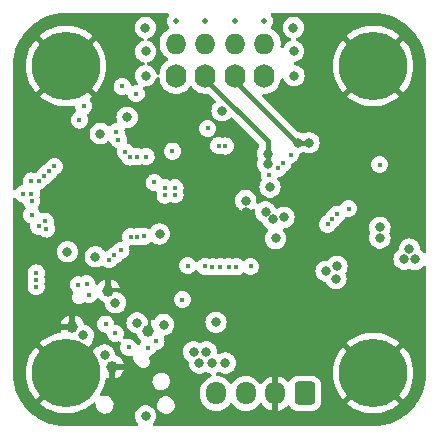
<source format=gbr>
%TF.GenerationSoftware,KiCad,Pcbnew,7.0.10*%
%TF.CreationDate,2024-01-29T19:45:29-05:00*%
%TF.ProjectId,lemon-pepper,6c656d6f-6e2d-4706-9570-7065722e6b69,rev?*%
%TF.SameCoordinates,PX8b85c60PY52f2218*%
%TF.FileFunction,Copper,L3,Inr*%
%TF.FilePolarity,Positive*%
%FSLAX46Y46*%
G04 Gerber Fmt 4.6, Leading zero omitted, Abs format (unit mm)*
G04 Created by KiCad (PCBNEW 7.0.10) date 2024-01-29 19:45:29*
%MOMM*%
%LPD*%
G01*
G04 APERTURE LIST*
G04 Aperture macros list*
%AMRoundRect*
0 Rectangle with rounded corners*
0 $1 Rounding radius*
0 $2 $3 $4 $5 $6 $7 $8 $9 X,Y pos of 4 corners*
0 Add a 4 corners polygon primitive as box body*
4,1,4,$2,$3,$4,$5,$6,$7,$8,$9,$2,$3,0*
0 Add four circle primitives for the rounded corners*
1,1,$1+$1,$2,$3*
1,1,$1+$1,$4,$5*
1,1,$1+$1,$6,$7*
1,1,$1+$1,$8,$9*
0 Add four rect primitives between the rounded corners*
20,1,$1+$1,$2,$3,$4,$5,0*
20,1,$1+$1,$4,$5,$6,$7,0*
20,1,$1+$1,$6,$7,$8,$9,0*
20,1,$1+$1,$8,$9,$2,$3,0*%
G04 Aperture macros list end*
%TA.AperFunction,ComponentPad*%
%ADD10C,1.000000*%
%TD*%
%TA.AperFunction,HeatsinkPad*%
%ADD11C,0.500000*%
%TD*%
%TA.AperFunction,ComponentPad*%
%ADD12O,1.750000X1.750000*%
%TD*%
%TA.AperFunction,ComponentPad*%
%ADD13O,1.750000X2.000000*%
%TD*%
%TA.AperFunction,ComponentPad*%
%ADD14C,5.800000*%
%TD*%
%TA.AperFunction,ComponentPad*%
%ADD15RoundRect,0.250000X0.600000X0.725000X-0.600000X0.725000X-0.600000X-0.725000X0.600000X-0.725000X0*%
%TD*%
%TA.AperFunction,ComponentPad*%
%ADD16O,1.700000X1.950000*%
%TD*%
%TA.AperFunction,ViaPad*%
%ADD17C,0.800000*%
%TD*%
%TA.AperFunction,ViaPad*%
%ADD18C,0.450000*%
%TD*%
%TA.AperFunction,Conductor*%
%ADD19C,0.400000*%
%TD*%
G04 APERTURE END LIST*
D10*
%TO.N,GND*%
%TO.C,J201*%
X-9426777Y-6032664D03*
X-12467336Y-9073223D03*
X-6032664Y-9426777D03*
X-9073223Y-12467336D03*
%TD*%
D11*
%TO.N,/current sense/U_OUT*%
%TO.C,M101*%
X-3700000Y16775000D03*
D12*
X-3700000Y14900000D03*
D13*
X-3700000Y12150000D03*
D11*
%TO.N,/current sense/W_IN*%
X-1200000Y16775000D03*
D12*
X-1200000Y14900000D03*
D13*
X-1200000Y12150000D03*
D11*
%TO.N,/half bridges/OUT1B*%
X1300000Y16775000D03*
D12*
X1300000Y14900000D03*
D13*
X1300000Y12150000D03*
D11*
%TO.N,/current sense/V_OUT*%
X3800000Y16775000D03*
D12*
X3800000Y14900000D03*
D13*
X3800000Y12150000D03*
%TD*%
D14*
%TO.N,GND*%
%TO.C,H101*%
X-13000000Y13000000D03*
X-13000000Y-13000000D03*
X13000000Y13000000D03*
X13000000Y-13000000D03*
%TD*%
D15*
%TO.N,Vmot*%
%TO.C,J101*%
X7225000Y-14725000D03*
D16*
%TO.N,GND*%
X4725000Y-14725000D03*
%TO.N,/mcu/CANL*%
X2225000Y-14725000D03*
%TO.N,/mcu/CANH*%
X-275000Y-14725000D03*
%TD*%
D17*
%TO.N,GND*%
X-5130000Y5450000D03*
%TO.N,+3V3*%
X-10100000Y7275000D03*
%TO.N,GND*%
X-5143750Y7475000D03*
X7675000Y2750000D03*
X-14630320Y-2499121D03*
X-5143750Y6825000D03*
X-2375000Y-14600000D03*
X-11650000Y1950000D03*
X-10375000Y675000D03*
X-9125000Y1975000D03*
X16675000Y-11200000D03*
X-10375000Y1950000D03*
X10585647Y5435647D03*
X11325000Y4725000D03*
X-10375000Y3150000D03*
X3475000Y-11825000D03*
X-1950000Y-1300000D03*
X3475000Y-10900000D03*
X8675000Y2725000D03*
X8070845Y-7288732D03*
X-4139000Y-1975000D03*
X1506250Y6850000D03*
X1475000Y-6125000D03*
X9910647Y6110647D03*
X-7550000Y-13000000D03*
X-250000Y-6800000D03*
X-1975000Y50000D03*
X-5395400Y-6375500D03*
X-2400000Y-16525000D03*
X7700000Y3775000D03*
X2223639Y600498D03*
X1506250Y7500000D03*
X2325000Y-11850000D03*
%TO.N,Vmot*%
X13575000Y-675000D03*
X3900000Y650000D03*
X-6275000Y16250000D03*
X4550000Y0D03*
X6305664Y12175000D03*
X6275000Y14250000D03*
X9950000Y-3975000D03*
X13575500Y-1567997D03*
X9025000Y-4375000D03*
X5450000Y175000D03*
X-6250000Y12175000D03*
X-6250000Y14225000D03*
X9850000Y-5000000D03*
X6250000Y16250000D03*
D18*
%TO.N,/mcu/USBD_P*%
X-5375000Y-10325000D03*
X-9650000Y-8850000D03*
X-8825000Y-9650000D03*
D17*
%TO.N,+3V3*%
X500000Y-12150000D03*
X-5075000Y-1225000D03*
X-6250000Y-16625000D03*
X-1700000Y-12150000D03*
X-625000Y-12150000D03*
X16075000Y-2500000D03*
X15625000Y-3350000D03*
X-12874972Y-2731439D03*
X2225000Y1600000D03*
X16550000Y-3375000D03*
X-2200000Y-11200000D03*
X220000Y9205000D03*
X-1125000Y-11200000D03*
X-7820000Y8645000D03*
X-300000Y-8700000D03*
X-10524127Y-3153111D03*
D18*
%TO.N,/mcu/RESET*%
X-15925000Y3250000D03*
X-11500000Y9605000D03*
X-3150000Y-6775000D03*
D17*
%TO.N,/current sense/W_IN*%
X4075000Y4700500D03*
X4075000Y5575000D03*
D18*
%TO.N,/current sense/U_SENSE*%
X-7060000Y10655000D03*
X-15325000Y3275000D03*
%TO.N,/current sense/V_SENSE*%
X-1000000Y7705000D03*
X-8906524Y-3034784D03*
D17*
%TO.N,/usb/USB_5V*%
X-9725000Y-11475000D03*
X-11550000Y-9800000D03*
X-6975000Y-8750000D03*
X-4725000Y-8900000D03*
X-8806854Y-7050000D03*
D18*
%TO.N,/mcu/USER_2*%
X-11950000Y-5525000D03*
X-15525241Y-5099495D03*
D17*
%TO.N,Net-(D603-K)*%
X4750000Y-1600000D03*
X4275000Y2750000D03*
D18*
%TO.N,Net-(D601-K)*%
X6025000Y5500000D03*
X10925000Y925000D03*
%TO.N,/usb/UCPD_CC2*%
X-7700000Y-10825000D03*
X-6075000Y-10850000D03*
%TO.N,/half bridges/ENA*%
X9150000Y-400000D03*
X4225000Y3750000D03*
X-9350000Y-3400000D03*
%TO.N,/encoder/SCK*%
X775000Y-4000000D03*
X-16600000Y2175000D03*
%TO.N,/encoder/CIPO*%
X-15900000Y1550000D03*
X-600000Y-4000000D03*
%TO.N,/encoder/COPI*%
X62132Y-4000000D03*
X-15925000Y2175000D03*
%TO.N,/encoder/CS*%
X1425000Y-4000000D03*
X-14650000Y-800000D03*
%TO.N,/encoder/CAL_EN*%
X-15900000Y400000D03*
X-1225000Y-3975000D03*
%TO.N,/mcu/USER_3*%
X-11250000Y-5450000D03*
X-15522442Y-4525000D03*
X-8350000Y-2625000D03*
X-5525000Y3150000D03*
%TO.N,/mcu/USER_1*%
X-11060733Y-6359180D03*
X-15524934Y-5673997D03*
%TO.N,/mcu/CAN_TX*%
X-3775000Y2675000D03*
X-7000021Y5305275D03*
%TO.N,/mcu/CAN_RX*%
X-6208321Y5326679D03*
X-3775000Y2100000D03*
%TO.N,/half bridges/IN2B*%
X4950000Y4350000D03*
X-14425000Y4075000D03*
%TO.N,/mcu/TIM4_CH1*%
X-7575000Y5300000D03*
X-14750000Y-150000D03*
%TO.N,/half bridges/IN1A*%
X-6375000Y-1425000D03*
X9550000Y25000D03*
%TO.N,/half bridges/IN2A*%
X9950000Y450000D03*
X-6950497Y-1450000D03*
%TO.N,/half bridges/IN1B*%
X-13975000Y4500000D03*
X5356234Y4756234D03*
%TO.N,/mcu/TIM4_CH2*%
X-15325000Y-575000D03*
X-7968766Y5718766D03*
D17*
%TO.N,/half bridges/OUT1B*%
X7575000Y6501000D03*
X6625000Y6500000D03*
D18*
%TO.N,/mcu/DIR*%
X2625000Y-3975000D03*
X-4600000Y2075000D03*
X-7525000Y-1450000D03*
%TO.N,/mcu/STEP*%
X-2700000Y-3900000D03*
X-4600497Y2675000D03*
%TO.N,/mcu/ADC1_IN12*%
X-14850000Y3675000D03*
X-8240000Y11265000D03*
%TO.N,/mcu/USER_BTN*%
X-11860000Y8425000D03*
X13550000Y4650000D03*
%TO.N,/current sense/GAIN_1*%
X-8765000Y7420000D03*
X-84208Y6245221D03*
%TO.N,/current sense/GAIN_0*%
X-3983000Y5788000D03*
X490000Y6215000D03*
X-8560000Y6755000D03*
%TD*%
D19*
%TO.N,/current sense/W_IN*%
X-1200000Y11925000D02*
X-1200000Y12150000D01*
X4075000Y6650000D02*
X-1200000Y11925000D01*
X4075000Y4700500D02*
X4075000Y6650000D01*
%TO.N,/half bridges/OUT1B*%
X7575000Y6501000D02*
X6574000Y6501000D01*
X1500000Y11575000D02*
X1500000Y12150000D01*
X6574000Y6501000D02*
X1500000Y11575000D01*
X1500000Y12150000D02*
X1300000Y12150000D01*
%TD*%
%TA.AperFunction,Conductor*%
%TO.N,GND*%
G36*
X-4322085Y17479538D02*
G01*
X-4267547Y17425000D01*
X-4247585Y17350500D01*
X-4267547Y17276000D01*
X-4285490Y17252617D01*
X-4285259Y17252433D01*
X-4290477Y17245890D01*
X-4380456Y17102691D01*
X-4436314Y16943057D01*
X-4455249Y16775001D01*
X-4455249Y16775000D01*
X-4436314Y16606944D01*
X-4380456Y16447310D01*
X-4300212Y16319603D01*
X-4277478Y16245902D01*
X-4294641Y16170707D01*
X-4347101Y16114168D01*
X-4355458Y16109289D01*
X-4454901Y16055473D01*
X-4634794Y15915457D01*
X-4789179Y15747750D01*
X-4789181Y15747748D01*
X-4789183Y15747745D01*
X-4853270Y15649653D01*
X-4913864Y15556907D01*
X-5005430Y15348157D01*
X-5017419Y15300812D01*
X-5060803Y15129492D01*
X-5061391Y15127172D01*
X-5080214Y14900002D01*
X-5080214Y14899999D01*
X-5061391Y14672829D01*
X-5061391Y14672826D01*
X-5061390Y14672824D01*
X-5041246Y14593279D01*
X-5005430Y14451844D01*
X-4913864Y14243094D01*
X-4913862Y14243091D01*
X-4789183Y14052255D01*
X-4634794Y13884544D01*
X-4454906Y13744531D01*
X-4405931Y13718027D01*
X-4349911Y13665012D01*
X-4327904Y13591091D01*
X-4345805Y13516069D01*
X-4398725Y13460107D01*
X-4520875Y13384897D01*
X-4696640Y13230205D01*
X-4843733Y13048034D01*
X-4957925Y12843622D01*
X-4957926Y12843620D01*
X-5035930Y12622847D01*
X-5076483Y12386337D01*
X-5108749Y12316282D01*
X-5171719Y12271746D01*
X-5248521Y12264661D01*
X-5318576Y12296927D01*
X-5363112Y12359897D01*
X-5365047Y12365474D01*
X-5375241Y12396849D01*
X-5422821Y12543284D01*
X-5517467Y12707216D01*
X-5517468Y12707217D01*
X-5517470Y12707221D01*
X-5644128Y12847887D01*
X-5652410Y12853904D01*
X-5797270Y12959151D01*
X-5797271Y12959152D01*
X-5797273Y12959153D01*
X-5970195Y13036143D01*
X-5970197Y13036144D01*
X-6055410Y13054257D01*
X-6124131Y13089272D01*
X-6166137Y13153957D01*
X-6170174Y13230979D01*
X-6135158Y13299701D01*
X-6070473Y13341707D01*
X-6055413Y13345743D01*
X-5970197Y13363856D01*
X-5797270Y13440849D01*
X-5644129Y13552112D01*
X-5568562Y13636037D01*
X-5517470Y13692780D01*
X-5517469Y13692782D01*
X-5517467Y13692784D01*
X-5422821Y13856716D01*
X-5364326Y14036744D01*
X-5344540Y14225000D01*
X-5364326Y14413256D01*
X-5422821Y14593284D01*
X-5517467Y14757216D01*
X-5517468Y14757217D01*
X-5517470Y14757221D01*
X-5644128Y14897887D01*
X-5649199Y14901571D01*
X-5797270Y15009151D01*
X-5797271Y15009152D01*
X-5797273Y15009153D01*
X-5970195Y15086143D01*
X-5970197Y15086144D01*
X-6009104Y15094414D01*
X-6077823Y15129428D01*
X-6119830Y15194113D01*
X-6123867Y15271136D01*
X-6088852Y15339857D01*
X-6024167Y15381864D01*
X-6009108Y15385900D01*
X-5995197Y15388856D01*
X-5822270Y15465849D01*
X-5669129Y15577112D01*
X-5565214Y15692521D01*
X-5542470Y15717780D01*
X-5542469Y15717782D01*
X-5542467Y15717784D01*
X-5447821Y15881716D01*
X-5389326Y16061744D01*
X-5369540Y16250000D01*
X-5389326Y16438256D01*
X-5447821Y16618284D01*
X-5542467Y16782216D01*
X-5542468Y16782217D01*
X-5542470Y16782221D01*
X-5669128Y16922887D01*
X-5696890Y16943057D01*
X-5822270Y17034151D01*
X-5822271Y17034152D01*
X-5822273Y17034153D01*
X-5976209Y17102690D01*
X-5995197Y17111144D01*
X-6103400Y17134143D01*
X-6180352Y17150500D01*
X-6180354Y17150500D01*
X-6369646Y17150500D01*
X-6369648Y17150500D01*
X-6452768Y17132832D01*
X-6554803Y17111144D01*
X-6554805Y17111144D01*
X-6554806Y17111143D01*
X-6727728Y17034153D01*
X-6880873Y16922887D01*
X-7007531Y16782221D01*
X-7102178Y16618286D01*
X-7102181Y16618279D01*
X-7160675Y16438255D01*
X-7180460Y16250000D01*
X-7160675Y16061746D01*
X-7125536Y15953600D01*
X-7102179Y15881716D01*
X-7102178Y15881715D01*
X-7007531Y15717780D01*
X-6897126Y15595165D01*
X-6880871Y15577112D01*
X-6727730Y15465849D01*
X-6554803Y15388856D01*
X-6515897Y15380587D01*
X-6447179Y15345574D01*
X-6405171Y15280890D01*
X-6401133Y15203868D01*
X-6436148Y15135145D01*
X-6500832Y15093137D01*
X-6515892Y15089102D01*
X-6529802Y15086145D01*
X-6702728Y15009153D01*
X-6855873Y14897887D01*
X-6982531Y14757221D01*
X-7077178Y14593286D01*
X-7077181Y14593279D01*
X-7135675Y14413255D01*
X-7155460Y14225000D01*
X-7135675Y14036746D01*
X-7115617Y13975015D01*
X-7077179Y13856716D01*
X-7040166Y13792608D01*
X-6982531Y13692780D01*
X-6859305Y13555926D01*
X-6855871Y13552112D01*
X-6702730Y13440849D01*
X-6529803Y13363856D01*
X-6444592Y13345744D01*
X-6375870Y13310728D01*
X-6333863Y13246043D01*
X-6329827Y13169021D01*
X-6364843Y13100299D01*
X-6429528Y13058292D01*
X-6444592Y13054257D01*
X-6529803Y13036144D01*
X-6529805Y13036144D01*
X-6529806Y13036143D01*
X-6702728Y12959153D01*
X-6855873Y12847887D01*
X-6982531Y12707221D01*
X-7077178Y12543286D01*
X-7077181Y12543279D01*
X-7135675Y12363255D01*
X-7155460Y12175000D01*
X-7135675Y11986746D01*
X-7086705Y11836034D01*
X-7077179Y11806716D01*
X-6982533Y11642784D01*
X-6982531Y11642781D01*
X-6972889Y11632072D01*
X-6937875Y11563350D01*
X-6941912Y11486328D01*
X-6983920Y11421643D01*
X-7052642Y11386629D01*
X-7066936Y11384310D01*
X-7222461Y11366786D01*
X-7335403Y11327266D01*
X-7412315Y11321503D01*
X-7481805Y11354967D01*
X-7525253Y11418694D01*
X-7525745Y11420401D01*
X-7528214Y11427456D01*
X-7528214Y11427461D01*
X-7582211Y11581775D01*
X-7669192Y11720204D01*
X-7784796Y11835808D01*
X-7923225Y11922789D01*
X-8077539Y11976786D01*
X-8077540Y11976787D01*
X-8077542Y11976787D01*
X-8239999Y11995091D01*
X-8240001Y11995091D01*
X-8402459Y11976787D01*
X-8418568Y11971150D01*
X-8556775Y11922789D01*
X-8556777Y11922789D01*
X-8556777Y11922788D01*
X-8695204Y11835808D01*
X-8810808Y11720204D01*
X-8859454Y11642784D01*
X-8897789Y11581775D01*
X-8901814Y11570272D01*
X-8951787Y11427459D01*
X-8970091Y11265001D01*
X-8970091Y11265000D01*
X-8951787Y11102542D01*
X-8951787Y11102540D01*
X-8951786Y11102539D01*
X-8897789Y10948225D01*
X-8810808Y10809796D01*
X-8695204Y10694192D01*
X-8556775Y10607211D01*
X-8402461Y10553214D01*
X-8294154Y10541011D01*
X-8240001Y10534909D01*
X-8240000Y10534909D01*
X-8239999Y10534909D01*
X-8223548Y10536763D01*
X-8077539Y10553214D01*
X-7964598Y10592735D01*
X-7887687Y10598499D01*
X-7818197Y10565034D01*
X-7774749Y10501309D01*
X-7774258Y10499606D01*
X-7771787Y10492543D01*
X-7771786Y10492539D01*
X-7717789Y10338225D01*
X-7630808Y10199796D01*
X-7515204Y10084192D01*
X-7376775Y9997211D01*
X-7222461Y9943214D01*
X-7114154Y9931011D01*
X-7060001Y9924909D01*
X-7060000Y9924909D01*
X-7059999Y9924909D01*
X-7019385Y9929486D01*
X-6897539Y9943214D01*
X-6743225Y9997211D01*
X-6604796Y10084192D01*
X-6489192Y10199796D01*
X-6402211Y10338225D01*
X-6348214Y10492539D01*
X-6329909Y10655000D01*
X-6348214Y10817461D01*
X-6402211Y10971775D01*
X-6448992Y11046227D01*
X-6471726Y11119929D01*
X-6454563Y11195123D01*
X-6402103Y11251662D01*
X-6328401Y11274396D01*
X-6322830Y11274500D01*
X-6155352Y11274500D01*
X-6115996Y11282866D01*
X-5970197Y11313856D01*
X-5797270Y11390849D01*
X-5644129Y11502112D01*
X-5527112Y11632072D01*
X-5517470Y11642780D01*
X-5517469Y11642782D01*
X-5517467Y11642784D01*
X-5422821Y11806716D01*
X-5364497Y11986220D01*
X-5322493Y12050899D01*
X-5253771Y12085915D01*
X-5176749Y12081879D01*
X-5112064Y12039872D01*
X-5077048Y11971150D01*
X-5074329Y11952808D01*
X-5060616Y11791699D01*
X-5001618Y11565113D01*
X-5001615Y11565105D01*
X-4905174Y11351753D01*
X-4774061Y11157764D01*
X-4774059Y11157762D01*
X-4774057Y11157759D01*
X-4612044Y10988717D01*
X-4423792Y10849487D01*
X-4214718Y10744074D01*
X-3990837Y10675511D01*
X-3758589Y10645771D01*
X-3524655Y10655708D01*
X-3295766Y10705038D01*
X-3078506Y10792340D01*
X-2879125Y10915104D01*
X-2703359Y11069797D01*
X-2563868Y11242555D01*
X-2501537Y11287975D01*
X-2424843Y11296147D01*
X-2354339Y11264876D01*
X-2324495Y11232384D01*
X-2274061Y11157764D01*
X-2274059Y11157762D01*
X-2274057Y11157759D01*
X-2112044Y10988717D01*
X-1923792Y10849487D01*
X-1714718Y10744074D01*
X-1490837Y10675511D01*
X-1258589Y10645771D01*
X-1024655Y10655708D01*
X-1019037Y10656919D01*
X-942003Y10653104D01*
X-882281Y10616625D01*
X-368876Y10103220D01*
X-330313Y10036426D01*
X-330313Y9959298D01*
X-368877Y9892503D01*
X-383752Y9879797D01*
X-385868Y9877893D01*
X-512531Y9737221D01*
X-607178Y9573286D01*
X-607181Y9573279D01*
X-665675Y9393255D01*
X-685460Y9205000D01*
X-665675Y9016746D01*
X-628513Y8902374D01*
X-607179Y8836716D01*
X-602173Y8828046D01*
X-512531Y8672780D01*
X-385873Y8532114D01*
X-385871Y8532112D01*
X-232730Y8420849D01*
X-232729Y8420849D01*
X-232728Y8420848D01*
X-208252Y8409951D01*
X-59803Y8343856D01*
X81315Y8313861D01*
X125352Y8304500D01*
X125354Y8304500D01*
X314648Y8304500D01*
X354004Y8312866D01*
X499803Y8343856D01*
X672730Y8420849D01*
X825871Y8532112D01*
X899128Y8613473D01*
X963811Y8655478D01*
X1040833Y8659515D01*
X1109555Y8624500D01*
X1115214Y8619130D01*
X3330859Y6403485D01*
X3369423Y6336690D01*
X3374500Y6298126D01*
X3374500Y6199718D01*
X3354538Y6125218D01*
X3346040Y6112133D01*
X3342465Y6107214D01*
X3247822Y5943286D01*
X3247819Y5943279D01*
X3189325Y5763255D01*
X3169540Y5575000D01*
X3189325Y5386746D01*
X3244417Y5217193D01*
X3247821Y5206716D01*
X3247823Y5206711D01*
X3250998Y5199582D01*
X3248345Y5198401D01*
X3264588Y5137699D01*
X3248349Y5077098D01*
X3250998Y5075918D01*
X3247819Y5068779D01*
X3189325Y4888755D01*
X3169540Y4700500D01*
X3189325Y4512246D01*
X3189326Y4512244D01*
X3247821Y4332216D01*
X3247822Y4332215D01*
X3342469Y4168280D01*
X3474354Y4021809D01*
X3472090Y4019771D01*
X3506002Y3967538D01*
X3512353Y3904828D01*
X3494909Y3750003D01*
X3494909Y3750000D01*
X3513214Y3587539D01*
X3547082Y3490749D01*
X3569185Y3427583D01*
X3574948Y3350671D01*
X3545550Y3289626D01*
X3547056Y3288532D01*
X3542466Y3282216D01*
X3447822Y3118286D01*
X3447819Y3118279D01*
X3389325Y2938255D01*
X3369540Y2750000D01*
X3389325Y2561746D01*
X3429951Y2436714D01*
X3447821Y2381716D01*
X3473372Y2337461D01*
X3542469Y2217780D01*
X3648520Y2100000D01*
X3669129Y2077112D01*
X3822270Y1965849D01*
X3995197Y1888856D01*
X4136315Y1858861D01*
X4180352Y1849500D01*
X4180354Y1849500D01*
X4369648Y1849500D01*
X4410694Y1858225D01*
X4554803Y1888856D01*
X4727730Y1965849D01*
X4880871Y2077112D01*
X4969011Y2175001D01*
X5007530Y2217780D01*
X5007531Y2217782D01*
X5007533Y2217784D01*
X5102179Y2381716D01*
X5160674Y2561744D01*
X5180460Y2750000D01*
X5160674Y2938256D01*
X5102179Y3118284D01*
X5007533Y3282216D01*
X5007532Y3282217D01*
X5007530Y3282221D01*
X4938711Y3358651D01*
X4903695Y3427373D01*
X4907731Y3504395D01*
X4908770Y3507476D01*
X4917115Y3531325D01*
X4960563Y3595047D01*
X5030053Y3628511D01*
X5041051Y3630169D01*
X5112461Y3638214D01*
X5266775Y3692211D01*
X5405204Y3779192D01*
X5520808Y3894796D01*
X5607789Y4033225D01*
X5607789Y4033227D01*
X5612241Y4040311D01*
X5614035Y4039184D01*
X5656676Y4088732D01*
X5667454Y4094956D01*
X5673003Y4098444D01*
X5673009Y4098445D01*
X5811438Y4185426D01*
X5927042Y4301030D01*
X6014023Y4439459D01*
X6068020Y4593773D01*
X6074354Y4650000D01*
X12819909Y4650000D01*
X12838213Y4487542D01*
X12838213Y4487540D01*
X12838214Y4487539D01*
X12892211Y4333225D01*
X12979192Y4194796D01*
X13094796Y4079192D01*
X13233225Y3992211D01*
X13387539Y3938214D01*
X13495846Y3926011D01*
X13549999Y3919909D01*
X13550000Y3919909D01*
X13550001Y3919909D01*
X13590615Y3924486D01*
X13712461Y3938214D01*
X13866775Y3992211D01*
X14005204Y4079192D01*
X14120808Y4194796D01*
X14207789Y4333225D01*
X14261786Y4487539D01*
X14280091Y4650000D01*
X14261786Y4812461D01*
X14207789Y4966775D01*
X14120808Y5105204D01*
X14005204Y5220808D01*
X13866775Y5307789D01*
X13712461Y5361786D01*
X13712460Y5361787D01*
X13712458Y5361787D01*
X13550001Y5380091D01*
X13549999Y5380091D01*
X13387541Y5361787D01*
X13318254Y5337542D01*
X13233225Y5307789D01*
X13233223Y5307789D01*
X13233223Y5307788D01*
X13094796Y5220808D01*
X12979192Y5105204D01*
X12902549Y4983227D01*
X12892211Y4966775D01*
X12879060Y4929192D01*
X12838213Y4812459D01*
X12819909Y4650001D01*
X12819909Y4650000D01*
X6074354Y4650000D01*
X6075516Y4660311D01*
X6103693Y4732105D01*
X6163994Y4780194D01*
X6179605Y4785331D01*
X6179563Y4785451D01*
X6187458Y4788214D01*
X6187461Y4788214D01*
X6341775Y4842211D01*
X6480204Y4929192D01*
X6595808Y5044796D01*
X6682789Y5183225D01*
X6736786Y5337539D01*
X6755091Y5500000D01*
X6755090Y5500001D01*
X6755421Y5502930D01*
X6783599Y5574726D01*
X6843900Y5622815D01*
X6872507Y5631991D01*
X6897433Y5637290D01*
X6904803Y5638856D01*
X7040522Y5699283D01*
X7116695Y5711348D01*
X7161723Y5699283D01*
X7295197Y5639856D01*
X7415438Y5614299D01*
X7480352Y5600500D01*
X7480354Y5600500D01*
X7669648Y5600500D01*
X7709004Y5608866D01*
X7854803Y5639856D01*
X8027730Y5716849D01*
X8180871Y5828112D01*
X8267281Y5924080D01*
X8307530Y5968780D01*
X8307531Y5968782D01*
X8307533Y5968784D01*
X8402179Y6132716D01*
X8460674Y6312744D01*
X8480460Y6501000D01*
X8460674Y6689256D01*
X8402179Y6869284D01*
X8307533Y7033216D01*
X8307532Y7033217D01*
X8307530Y7033221D01*
X8180872Y7173887D01*
X8167178Y7183836D01*
X8027730Y7285151D01*
X8027729Y7285152D01*
X8027727Y7285153D01*
X7854805Y7362143D01*
X7854803Y7362144D01*
X7748360Y7384769D01*
X7669648Y7401500D01*
X7669646Y7401500D01*
X7480354Y7401500D01*
X7480352Y7401500D01*
X7380392Y7380253D01*
X7295197Y7362144D01*
X7295195Y7362144D01*
X7295194Y7362143D01*
X7159481Y7301719D01*
X7083303Y7289653D01*
X7038273Y7301719D01*
X6904805Y7361143D01*
X6904803Y7361144D01*
X6826669Y7377752D01*
X6719645Y7400501D01*
X6711885Y7401316D01*
X6712212Y7404429D01*
X6652374Y7420462D01*
X6621515Y7444141D01*
X3672817Y10392840D01*
X3634253Y10459635D01*
X3634253Y10536763D01*
X3672817Y10603558D01*
X3739612Y10642122D01*
X3771844Y10647064D01*
X3975345Y10655708D01*
X4204234Y10705038D01*
X4421494Y10792340D01*
X4620875Y10915104D01*
X4796641Y11069797D01*
X4943735Y11251970D01*
X5057926Y11456381D01*
X5135929Y11677151D01*
X5166780Y11857078D01*
X5199044Y11927129D01*
X5262014Y11971666D01*
X5338816Y11978751D01*
X5408871Y11946486D01*
X5453408Y11883516D01*
X5455343Y11877939D01*
X5478485Y11806716D01*
X5528432Y11720205D01*
X5573133Y11642780D01*
X5679198Y11524985D01*
X5699793Y11502112D01*
X5852934Y11390849D01*
X5852935Y11390849D01*
X5852936Y11390848D01*
X5867621Y11384310D01*
X6025861Y11313856D01*
X6147623Y11287975D01*
X6211016Y11274500D01*
X6211018Y11274500D01*
X6400312Y11274500D01*
X6439668Y11282866D01*
X6585467Y11313856D01*
X6758394Y11390849D01*
X6911535Y11502112D01*
X7028552Y11632072D01*
X7038194Y11642780D01*
X7038195Y11642782D01*
X7038197Y11642784D01*
X7132843Y11806716D01*
X7191338Y11986744D01*
X7211124Y12175000D01*
X7191338Y12363256D01*
X7132843Y12543284D01*
X7038197Y12707216D01*
X7038196Y12707217D01*
X7038194Y12707221D01*
X6911536Y12847887D01*
X6903254Y12853904D01*
X6758394Y12959151D01*
X6758393Y12959152D01*
X6758391Y12959153D01*
X6666665Y12999992D01*
X9595006Y12999992D01*
X9614965Y12631864D01*
X9614965Y12631858D01*
X9674613Y12268026D01*
X9674613Y12268024D01*
X9773247Y11912779D01*
X9773249Y11912774D01*
X9909709Y11570285D01*
X9909715Y11570272D01*
X10082404Y11244544D01*
X10082407Y11244539D01*
X10289303Y10939392D01*
X10289312Y10939380D01*
X10425496Y10779052D01*
X10425497Y10779052D01*
X11741350Y12094906D01*
X11795456Y12016520D01*
X11968816Y11836034D01*
X12094865Y11741314D01*
X10776520Y10422969D01*
X10795657Y10404841D01*
X10795658Y10404840D01*
X11089165Y10181722D01*
X11405066Y9991650D01*
X11739684Y9836840D01*
X11739694Y9836835D01*
X12089063Y9719120D01*
X12449131Y9639863D01*
X12815656Y9600001D01*
X12815666Y9600000D01*
X13184334Y9600000D01*
X13184343Y9600001D01*
X13550868Y9639863D01*
X13550869Y9639863D01*
X13910936Y9719120D01*
X14260305Y9836835D01*
X14260315Y9836840D01*
X14594933Y9991650D01*
X14910834Y10181722D01*
X15204352Y10404849D01*
X15223479Y10422968D01*
X13906879Y11739568D01*
X13934180Y11756832D01*
X14121501Y11922784D01*
X14260511Y12093042D01*
X15574501Y10779052D01*
X15710690Y10939383D01*
X15710694Y10939389D01*
X15917592Y11244539D01*
X15917595Y11244544D01*
X16090284Y11570272D01*
X16090290Y11570285D01*
X16226750Y11912774D01*
X16226752Y11912779D01*
X16325386Y12268024D01*
X16325386Y12268026D01*
X16385034Y12631858D01*
X16385034Y12631864D01*
X16404994Y12999992D01*
X16404994Y13000009D01*
X16385034Y13368137D01*
X16385034Y13368143D01*
X16325386Y13731975D01*
X16325386Y13731977D01*
X16226752Y14087222D01*
X16226750Y14087227D01*
X16090290Y14429716D01*
X16090284Y14429729D01*
X15917595Y14755457D01*
X15917592Y14755462D01*
X15710696Y15060609D01*
X15710687Y15060621D01*
X15574502Y15220950D01*
X15574501Y15220950D01*
X14258648Y13905097D01*
X14204544Y13983480D01*
X14031184Y14163966D01*
X13905132Y14258688D01*
X15223479Y15577034D01*
X15204347Y15595156D01*
X14910834Y15818279D01*
X14594933Y16008351D01*
X14260315Y16163161D01*
X14260305Y16163166D01*
X13910936Y16280881D01*
X13550868Y16360138D01*
X13184343Y16400000D01*
X12815656Y16400000D01*
X12449131Y16360138D01*
X12449130Y16360138D01*
X12089063Y16280881D01*
X11739694Y16163166D01*
X11739684Y16163161D01*
X11405066Y16008351D01*
X11089165Y15818279D01*
X10795663Y15595165D01*
X10776520Y15577033D01*
X12093120Y14260433D01*
X12065820Y14243168D01*
X11878499Y14077216D01*
X11739488Y13906959D01*
X10425497Y15220950D01*
X10425496Y15220950D01*
X10289308Y15060617D01*
X10289306Y15060614D01*
X10082402Y14755453D01*
X9909715Y14429729D01*
X9909709Y14429716D01*
X9773249Y14087227D01*
X9773247Y14087222D01*
X9674613Y13731977D01*
X9674613Y13731975D01*
X9614965Y13368143D01*
X9614965Y13368137D01*
X9595006Y13000009D01*
X9595006Y12999992D01*
X6666665Y12999992D01*
X6585469Y13036143D01*
X6585467Y13036144D01*
X6460930Y13062615D01*
X6426116Y13070015D01*
X6357394Y13105031D01*
X6315387Y13169716D01*
X6311351Y13246738D01*
X6346367Y13315460D01*
X6411052Y13357467D01*
X6426116Y13361503D01*
X6554803Y13388856D01*
X6727730Y13465849D01*
X6880871Y13577112D01*
X6961478Y13666635D01*
X7007530Y13717780D01*
X7007531Y13717782D01*
X7007533Y13717784D01*
X7102179Y13881716D01*
X7160674Y14061744D01*
X7180460Y14250000D01*
X7160674Y14438256D01*
X7102179Y14618284D01*
X7007533Y14782216D01*
X7007532Y14782217D01*
X7007530Y14782221D01*
X6880872Y14922887D01*
X6840549Y14952183D01*
X6727730Y15034151D01*
X6727729Y15034152D01*
X6727727Y15034153D01*
X6554800Y15111146D01*
X6548911Y15113059D01*
X6484227Y15155067D01*
X6449213Y15223790D01*
X6453252Y15300812D01*
X6495260Y15365496D01*
X6534350Y15390881D01*
X6702730Y15465849D01*
X6855871Y15577112D01*
X6959786Y15692521D01*
X6982530Y15717780D01*
X6982531Y15717782D01*
X6982533Y15717784D01*
X7077179Y15881716D01*
X7135674Y16061744D01*
X7155460Y16250000D01*
X7135674Y16438256D01*
X7077179Y16618284D01*
X6982533Y16782216D01*
X6982532Y16782217D01*
X6982530Y16782221D01*
X6855872Y16922887D01*
X6828110Y16943057D01*
X6702730Y17034151D01*
X6702729Y17034152D01*
X6702727Y17034153D01*
X6548791Y17102690D01*
X6529803Y17111144D01*
X6421600Y17134143D01*
X6344648Y17150500D01*
X6344646Y17150500D01*
X6155354Y17150500D01*
X6155352Y17150500D01*
X6072232Y17132832D01*
X5970197Y17111144D01*
X5970195Y17111144D01*
X5970194Y17111143D01*
X5797272Y17034153D01*
X5644127Y16922887D01*
X5517469Y16782221D01*
X5422822Y16618286D01*
X5422819Y16618279D01*
X5364325Y16438255D01*
X5344540Y16250000D01*
X5364325Y16061746D01*
X5399464Y15953600D01*
X5422821Y15881716D01*
X5422822Y15881715D01*
X5517469Y15717780D01*
X5627874Y15595165D01*
X5644129Y15577112D01*
X5797270Y15465849D01*
X5970197Y15388856D01*
X5970200Y15388856D01*
X5976082Y15386944D01*
X6040768Y15344939D01*
X6075784Y15276218D01*
X6071749Y15199195D01*
X6029744Y15134509D01*
X5990646Y15109118D01*
X5822271Y15034152D01*
X5669127Y14922887D01*
X5542469Y14782221D01*
X5447818Y14618279D01*
X5447449Y14617449D01*
X5447067Y14616979D01*
X5443917Y14611521D01*
X5443052Y14612021D01*
X5398907Y14557512D01*
X5326900Y14529875D01*
X5250723Y14541945D01*
X5190786Y14590487D01*
X5163149Y14662494D01*
X5162843Y14690364D01*
X5168237Y14755453D01*
X5180214Y14900000D01*
X5178317Y14922888D01*
X5164545Y15089102D01*
X5161390Y15127176D01*
X5105430Y15348155D01*
X5013862Y15556909D01*
X4889183Y15747745D01*
X4734794Y15915456D01*
X4685749Y15953630D01*
X4554905Y16055470D01*
X4455457Y16109288D01*
X4399437Y16162302D01*
X4377430Y16236224D01*
X4395331Y16311246D01*
X4400204Y16319591D01*
X4480456Y16447310D01*
X4536313Y16606941D01*
X4555249Y16775000D01*
X4536313Y16943059D01*
X4480456Y17102690D01*
X4390477Y17245890D01*
X4390472Y17245895D01*
X4385259Y17252433D01*
X4386462Y17253393D01*
X4352662Y17311936D01*
X4352662Y17389064D01*
X4391226Y17455859D01*
X4458021Y17494423D01*
X4496585Y17499500D01*
X12996754Y17499500D01*
X13003252Y17499358D01*
X13194516Y17491008D01*
X13391822Y17481886D01*
X13404351Y17480773D01*
X13600998Y17454884D01*
X13602014Y17454746D01*
X13792629Y17428156D01*
X13804249Y17426061D01*
X13998796Y17382931D01*
X14000601Y17382519D01*
X14186978Y17338683D01*
X14197605Y17335763D01*
X14388028Y17275723D01*
X14390472Y17274928D01*
X14571664Y17214198D01*
X14581303Y17210592D01*
X14765939Y17134113D01*
X14768933Y17132832D01*
X14943591Y17055713D01*
X14952156Y17051599D01*
X15129577Y16959239D01*
X15133167Y16957305D01*
X15194959Y16922887D01*
X15299761Y16864512D01*
X15307313Y16860009D01*
X15354290Y16830082D01*
X15476012Y16752537D01*
X15480057Y16749864D01*
X15637356Y16642112D01*
X15643833Y16637413D01*
X15802517Y16515650D01*
X15806995Y16512075D01*
X15953616Y16390322D01*
X15959055Y16385577D01*
X16106508Y16250461D01*
X16111204Y16245966D01*
X16245964Y16111206D01*
X16250459Y16106510D01*
X16385570Y15959062D01*
X16390336Y15953600D01*
X16512070Y15807001D01*
X16515648Y15802519D01*
X16637411Y15643835D01*
X16642120Y15637344D01*
X16749844Y15480086D01*
X16752554Y15475984D01*
X16759011Y15465849D01*
X16860007Y15307315D01*
X16864510Y15299763D01*
X16957272Y15133226D01*
X16959268Y15129522D01*
X17051585Y14952183D01*
X17055724Y14943566D01*
X17132787Y14769035D01*
X17134141Y14765870D01*
X17210586Y14581314D01*
X17214204Y14571645D01*
X17274914Y14390509D01*
X17275742Y14387965D01*
X17335750Y14197646D01*
X17338688Y14186953D01*
X17382514Y14000613D01*
X17382940Y13998750D01*
X17426055Y13804273D01*
X17428158Y13792608D01*
X17454736Y13602072D01*
X17454890Y13600936D01*
X17480769Y13404371D01*
X17481885Y13391804D01*
X17491009Y13194466D01*
X17491026Y13194083D01*
X17499358Y13003252D01*
X17499500Y12996753D01*
X17499500Y-2695591D01*
X17479538Y-2770091D01*
X17425000Y-2824629D01*
X17350500Y-2844591D01*
X17276000Y-2824629D01*
X17239772Y-2795292D01*
X17155871Y-2702112D01*
X17155867Y-2702109D01*
X17041880Y-2619292D01*
X16993342Y-2559353D01*
X16982352Y-2507651D01*
X16981276Y-2507765D01*
X16978381Y-2480224D01*
X16960674Y-2311744D01*
X16902179Y-2131716D01*
X16807533Y-1967784D01*
X16807532Y-1967783D01*
X16807530Y-1967779D01*
X16680872Y-1827113D01*
X16657250Y-1809951D01*
X16527730Y-1715849D01*
X16527729Y-1715848D01*
X16527727Y-1715847D01*
X16354805Y-1638857D01*
X16354803Y-1638856D01*
X16248360Y-1616231D01*
X16169648Y-1599500D01*
X16169646Y-1599500D01*
X15980354Y-1599500D01*
X15980352Y-1599500D01*
X15880392Y-1620747D01*
X15795197Y-1638856D01*
X15795195Y-1638856D01*
X15795194Y-1638857D01*
X15622272Y-1715847D01*
X15469127Y-1827113D01*
X15342469Y-1967779D01*
X15247822Y-2131714D01*
X15247819Y-2131721D01*
X15189325Y-2311745D01*
X15168755Y-2507465D01*
X15141115Y-2579470D01*
X15108151Y-2612433D01*
X15019132Y-2677108D01*
X15019128Y-2677112D01*
X14892469Y-2817779D01*
X14797822Y-2981714D01*
X14797819Y-2981721D01*
X14739325Y-3161745D01*
X14719540Y-3350000D01*
X14739325Y-3538254D01*
X14787114Y-3685331D01*
X14797821Y-3718284D01*
X14805572Y-3731709D01*
X14892469Y-3882220D01*
X15004572Y-4006721D01*
X15019129Y-4022888D01*
X15172270Y-4134151D01*
X15172271Y-4134151D01*
X15172272Y-4134152D01*
X15196748Y-4145049D01*
X15345197Y-4211144D01*
X15486315Y-4241139D01*
X15530352Y-4250500D01*
X15530354Y-4250500D01*
X15719648Y-4250500D01*
X15787186Y-4236144D01*
X15904803Y-4211144D01*
X15998819Y-4169283D01*
X16074997Y-4157218D01*
X16120028Y-4169284D01*
X16159244Y-4186744D01*
X16270197Y-4236144D01*
X16411315Y-4266139D01*
X16455352Y-4275500D01*
X16455354Y-4275500D01*
X16644648Y-4275500D01*
X16684004Y-4267134D01*
X16829803Y-4236144D01*
X17002730Y-4159151D01*
X17155871Y-4047888D01*
X17239772Y-3954707D01*
X17304457Y-3912700D01*
X17381479Y-3908664D01*
X17450201Y-3943680D01*
X17492208Y-4008365D01*
X17499500Y-4054408D01*
X17499500Y-12996752D01*
X17499358Y-13003251D01*
X17491026Y-13194082D01*
X17491009Y-13194465D01*
X17481885Y-13391802D01*
X17480769Y-13404369D01*
X17454890Y-13600934D01*
X17454736Y-13602070D01*
X17428158Y-13792606D01*
X17426055Y-13804271D01*
X17382940Y-13998748D01*
X17382514Y-14000611D01*
X17338688Y-14186951D01*
X17335750Y-14197644D01*
X17275742Y-14387963D01*
X17274914Y-14390507D01*
X17214204Y-14571643D01*
X17210586Y-14581312D01*
X17134141Y-14765868D01*
X17132787Y-14769033D01*
X17055724Y-14943564D01*
X17051585Y-14952181D01*
X16959268Y-15129520D01*
X16957272Y-15133224D01*
X16864510Y-15299761D01*
X16860007Y-15307313D01*
X16752565Y-15475966D01*
X16749824Y-15480114D01*
X16642127Y-15637332D01*
X16637411Y-15643833D01*
X16515648Y-15802517D01*
X16512070Y-15806999D01*
X16390336Y-15953598D01*
X16385559Y-15959073D01*
X16250459Y-16106508D01*
X16245964Y-16111204D01*
X16111204Y-16245964D01*
X16106508Y-16250459D01*
X15959073Y-16385559D01*
X15953598Y-16390336D01*
X15806999Y-16512070D01*
X15802517Y-16515648D01*
X15643833Y-16637411D01*
X15637332Y-16642127D01*
X15480114Y-16749824D01*
X15475966Y-16752565D01*
X15307313Y-16860007D01*
X15299761Y-16864510D01*
X15133224Y-16957272D01*
X15129520Y-16959268D01*
X14952181Y-17051585D01*
X14943564Y-17055724D01*
X14769033Y-17132787D01*
X14765868Y-17134141D01*
X14581312Y-17210586D01*
X14571643Y-17214204D01*
X14390507Y-17274914D01*
X14387963Y-17275742D01*
X14197644Y-17335750D01*
X14186951Y-17338688D01*
X14000611Y-17382514D01*
X13998748Y-17382940D01*
X13804271Y-17426055D01*
X13792606Y-17428158D01*
X13602070Y-17454736D01*
X13600934Y-17454890D01*
X13404369Y-17480769D01*
X13391801Y-17481885D01*
X13194605Y-17491002D01*
X13194224Y-17491019D01*
X13003252Y-17499358D01*
X12996752Y-17499500D01*
X-5491001Y-17499500D01*
X-5565501Y-17479538D01*
X-5620039Y-17425000D01*
X-5640001Y-17350500D01*
X-5620039Y-17276000D01*
X-5601729Y-17250799D01*
X-5517470Y-17157220D01*
X-5517469Y-17157218D01*
X-5517467Y-17157216D01*
X-5422821Y-16993284D01*
X-5364326Y-16813256D01*
X-5344540Y-16625000D01*
X-5364326Y-16436744D01*
X-5421670Y-16260261D01*
X-5424793Y-16200676D01*
X-5445960Y-16192267D01*
X-5486021Y-16147251D01*
X-5494218Y-16133054D01*
X-5517467Y-16092784D01*
X-5517468Y-16092783D01*
X-5517470Y-16092779D01*
X-5644128Y-15952113D01*
X-5677273Y-15928032D01*
X-5797270Y-15840849D01*
X-5797271Y-15840848D01*
X-5797273Y-15840847D01*
X-5970195Y-15763857D01*
X-5970197Y-15763856D01*
X-6005567Y-15756338D01*
X-5287412Y-15756338D01*
X-5257137Y-15928034D01*
X-5220169Y-16013735D01*
X-5209181Y-16088754D01*
X-5180262Y-16103489D01*
X-5160446Y-16125241D01*
X-5083974Y-16227961D01*
X-4950422Y-16340025D01*
X-4950421Y-16340025D01*
X-4950419Y-16340027D01*
X-4794620Y-16418272D01*
X-4624976Y-16458478D01*
X-4624974Y-16458478D01*
X-4494366Y-16458478D01*
X-4494362Y-16458477D01*
X-4364641Y-16443315D01*
X-4200812Y-16383686D01*
X-4055151Y-16287883D01*
X-3935509Y-16161071D01*
X-3848338Y-16010085D01*
X-3798336Y-15843066D01*
X-3788198Y-15669018D01*
X-3818473Y-15497324D01*
X-3825614Y-15480768D01*
X-3887527Y-15337237D01*
X-3991637Y-15197394D01*
X-4125189Y-15085330D01*
X-4280987Y-15007085D01*
X-4280989Y-15007084D01*
X-4280990Y-15007084D01*
X-4450634Y-14966878D01*
X-4581241Y-14966878D01*
X-4581250Y-14966878D01*
X-4710965Y-14982040D01*
X-4710969Y-14982040D01*
X-4874794Y-15041668D01*
X-4874796Y-15041669D01*
X-4874798Y-15041670D01*
X-4974745Y-15107406D01*
X-5020464Y-15137476D01*
X-5140096Y-15264278D01*
X-5140104Y-15264289D01*
X-5227272Y-15415269D01*
X-5227273Y-15415271D01*
X-5252641Y-15500009D01*
X-5275699Y-15577031D01*
X-5277274Y-15582291D01*
X-5287412Y-15756332D01*
X-5287412Y-15756338D01*
X-6005567Y-15756338D01*
X-6076640Y-15741231D01*
X-6155352Y-15724500D01*
X-6155354Y-15724500D01*
X-6344646Y-15724500D01*
X-6344648Y-15724500D01*
X-6428582Y-15742341D01*
X-6529803Y-15763856D01*
X-6529805Y-15763856D01*
X-6529806Y-15763857D01*
X-6702728Y-15840847D01*
X-6855873Y-15952113D01*
X-6982531Y-16092779D01*
X-7077178Y-16256714D01*
X-7077181Y-16256721D01*
X-7135675Y-16436745D01*
X-7155460Y-16625000D01*
X-7135675Y-16813254D01*
X-7088880Y-16957272D01*
X-7077179Y-16993284D01*
X-7043522Y-17051580D01*
X-6982531Y-17157220D01*
X-6898271Y-17250799D01*
X-6863255Y-17319521D01*
X-6867291Y-17396543D01*
X-6909298Y-17461228D01*
X-6978020Y-17496244D01*
X-7008999Y-17499500D01*
X-12996752Y-17499500D01*
X-13003252Y-17499358D01*
X-13194226Y-17491019D01*
X-13194607Y-17491002D01*
X-13391803Y-17481885D01*
X-13404371Y-17480769D01*
X-13600936Y-17454890D01*
X-13602072Y-17454736D01*
X-13792608Y-17428158D01*
X-13804273Y-17426055D01*
X-13998807Y-17382927D01*
X-14000670Y-17382501D01*
X-14186937Y-17338692D01*
X-14197629Y-17335754D01*
X-14388031Y-17275721D01*
X-14390577Y-17274893D01*
X-14571629Y-17214211D01*
X-14581298Y-17210593D01*
X-14765903Y-17134127D01*
X-14769068Y-17132773D01*
X-14943577Y-17055719D01*
X-14952193Y-17051580D01*
X-15129522Y-16959268D01*
X-15133195Y-16957289D01*
X-15299762Y-16864512D01*
X-15307316Y-16860007D01*
X-15475969Y-16752563D01*
X-15480116Y-16749823D01*
X-15637344Y-16642119D01*
X-15643844Y-16637404D01*
X-15802515Y-16515652D01*
X-15806998Y-16512073D01*
X-15953583Y-16390351D01*
X-15959058Y-16385574D01*
X-16106534Y-16250437D01*
X-16111230Y-16245942D01*
X-16245944Y-16111228D01*
X-16250439Y-16106532D01*
X-16263041Y-16092779D01*
X-16385580Y-15959051D01*
X-16390353Y-15953581D01*
X-16512073Y-15806999D01*
X-16512076Y-15806995D01*
X-16515654Y-15802513D01*
X-16637406Y-15643842D01*
X-16642121Y-15637342D01*
X-16749825Y-15480114D01*
X-16752565Y-15475967D01*
X-16855967Y-15313659D01*
X-16860013Y-15307308D01*
X-16864514Y-15299760D01*
X-16954905Y-15137476D01*
X-16957303Y-15133170D01*
X-16959244Y-15129568D01*
X-17051597Y-14952161D01*
X-17055713Y-14943592D01*
X-17132808Y-14768989D01*
X-17134110Y-14765947D01*
X-17210602Y-14581278D01*
X-17214203Y-14571656D01*
X-17274921Y-14390495D01*
X-17275723Y-14388029D01*
X-17275744Y-14387963D01*
X-17335758Y-14197622D01*
X-17338694Y-14186935D01*
X-17382503Y-14000668D01*
X-17382929Y-13998805D01*
X-17397436Y-13933368D01*
X-17426061Y-13804249D01*
X-17428156Y-13792629D01*
X-17454746Y-13602014D01*
X-17454892Y-13600934D01*
X-17480773Y-13404351D01*
X-17481886Y-13391820D01*
X-17491013Y-13194405D01*
X-17499358Y-13003251D01*
X-17499429Y-13000008D01*
X-16404994Y-13000008D01*
X-16385035Y-13368136D01*
X-16385035Y-13368142D01*
X-16325387Y-13731974D01*
X-16325387Y-13731976D01*
X-16226753Y-14087221D01*
X-16226751Y-14087226D01*
X-16090291Y-14429715D01*
X-16090285Y-14429728D01*
X-15917596Y-14755456D01*
X-15917593Y-14755461D01*
X-15710697Y-15060608D01*
X-15710688Y-15060620D01*
X-15574504Y-15220948D01*
X-15574503Y-15220948D01*
X-14258650Y-13905094D01*
X-14204544Y-13983480D01*
X-14031184Y-14163966D01*
X-13905135Y-14258686D01*
X-15223480Y-15577031D01*
X-15204343Y-15595159D01*
X-15204342Y-15595160D01*
X-14910835Y-15818278D01*
X-14594934Y-16008350D01*
X-14260316Y-16163160D01*
X-14260306Y-16163165D01*
X-13910937Y-16280880D01*
X-13550869Y-16360137D01*
X-13184344Y-16399999D01*
X-13184334Y-16400000D01*
X-12815666Y-16400000D01*
X-12815657Y-16399999D01*
X-12449132Y-16360137D01*
X-12449131Y-16360137D01*
X-12089064Y-16280880D01*
X-11739695Y-16163165D01*
X-11739685Y-16163160D01*
X-11405067Y-16008350D01*
X-11089166Y-15818278D01*
X-10795654Y-15595155D01*
X-10713683Y-15517509D01*
X-10645868Y-15480768D01*
X-10568768Y-15482856D01*
X-10503042Y-15523214D01*
X-10466301Y-15591029D01*
X-10462467Y-15634346D01*
X-10467940Y-15728308D01*
X-10467940Y-15728315D01*
X-10437665Y-15900011D01*
X-10368612Y-16060095D01*
X-10264502Y-16199938D01*
X-10130950Y-16312002D01*
X-10130949Y-16312002D01*
X-10130947Y-16312004D01*
X-9975148Y-16390249D01*
X-9805504Y-16430455D01*
X-9805502Y-16430455D01*
X-9674894Y-16430455D01*
X-9674890Y-16430454D01*
X-9545169Y-16415292D01*
X-9381340Y-16355663D01*
X-9235679Y-16259860D01*
X-9226809Y-16250459D01*
X-9161869Y-16181627D01*
X-9116037Y-16133048D01*
X-9028866Y-15982062D01*
X-8978864Y-15815043D01*
X-8968726Y-15640995D01*
X-8999001Y-15469301D01*
X-9020085Y-15420421D01*
X-9068055Y-15309214D01*
X-9172165Y-15169371D01*
X-9305717Y-15057307D01*
X-9461515Y-14979062D01*
X-9461517Y-14979061D01*
X-9461518Y-14979061D01*
X-9631162Y-14938855D01*
X-9761769Y-14938855D01*
X-9761778Y-14938855D01*
X-9891493Y-14954017D01*
X-9891498Y-14954018D01*
X-9894404Y-14955076D01*
X-9896871Y-14955291D01*
X-9899939Y-14956019D01*
X-9900046Y-14955569D01*
X-9971238Y-14961795D01*
X-10041139Y-14929197D01*
X-10085376Y-14866016D01*
X-10092095Y-14789182D01*
X-10077003Y-14745267D01*
X-9909716Y-14429728D01*
X-9909710Y-14429715D01*
X-9773250Y-14087226D01*
X-9773248Y-14087221D01*
X-9682859Y-13761672D01*
X-5675136Y-13761672D01*
X-5644861Y-13933368D01*
X-5575808Y-14093452D01*
X-5471698Y-14233295D01*
X-5338146Y-14345359D01*
X-5338145Y-14345359D01*
X-5338143Y-14345361D01*
X-5182344Y-14423606D01*
X-5012700Y-14463812D01*
X-5012698Y-14463812D01*
X-4882090Y-14463812D01*
X-4882086Y-14463811D01*
X-4752365Y-14448649D01*
X-4588536Y-14389020D01*
X-4442875Y-14293217D01*
X-4402101Y-14250000D01*
X-4352690Y-14197627D01*
X-4323233Y-14166405D01*
X-4236062Y-14015419D01*
X-4186060Y-13848400D01*
X-4175922Y-13674352D01*
X-4206197Y-13502658D01*
X-4234736Y-13436495D01*
X-4275251Y-13342571D01*
X-4379361Y-13202728D01*
X-4512913Y-13090664D01*
X-4668711Y-13012419D01*
X-4668713Y-13012418D01*
X-4668714Y-13012418D01*
X-4838358Y-12972212D01*
X-4968965Y-12972212D01*
X-4968974Y-12972212D01*
X-5098689Y-12987374D01*
X-5098693Y-12987374D01*
X-5262518Y-13047002D01*
X-5262520Y-13047003D01*
X-5262522Y-13047004D01*
X-5362469Y-13112740D01*
X-5408188Y-13142810D01*
X-5527820Y-13269612D01*
X-5527828Y-13269623D01*
X-5614996Y-13420603D01*
X-5614997Y-13420605D01*
X-5648149Y-13531343D01*
X-5657178Y-13561505D01*
X-5664998Y-13587625D01*
X-5675136Y-13761666D01*
X-5675136Y-13761672D01*
X-9682859Y-13761672D01*
X-9674614Y-13731976D01*
X-9674614Y-13731974D01*
X-9639338Y-13516805D01*
X-9607586Y-13446516D01*
X-9544944Y-13401520D01*
X-9468195Y-13393874D01*
X-9449049Y-13398327D01*
X-9323223Y-13436495D01*
X-9323223Y-12716274D01*
X-9242108Y-12779408D01*
X-9131628Y-12817336D01*
X-9044218Y-12817336D01*
X-8958007Y-12802950D01*
X-8855276Y-12747355D01*
X-8827642Y-12717336D01*
X-8823223Y-12717336D01*
X-8823223Y-13436495D01*
X-8688691Y-13395686D01*
X-8514963Y-13302827D01*
X-8514961Y-13302826D01*
X-8362698Y-13177866D01*
X-8362693Y-13177861D01*
X-8237733Y-13025598D01*
X-8237732Y-13025596D01*
X-8144873Y-12851869D01*
X-8104062Y-12717336D01*
X-8823223Y-12717336D01*
X-8827642Y-12717336D01*
X-8776163Y-12661415D01*
X-8729241Y-12554444D01*
X-8719595Y-12438034D01*
X-8748270Y-12324798D01*
X-8812159Y-12227009D01*
X-8824587Y-12217336D01*
X-8104062Y-12217336D01*
X-8104062Y-12217335D01*
X-8144873Y-12082802D01*
X-8237732Y-11909075D01*
X-8237733Y-11909073D01*
X-8362693Y-11756810D01*
X-8362698Y-11756805D01*
X-8514961Y-11631845D01*
X-8514963Y-11631844D01*
X-8688692Y-11538985D01*
X-8688693Y-11538984D01*
X-8722307Y-11528787D01*
X-8787803Y-11488057D01*
X-8824160Y-11420036D01*
X-8827236Y-11401778D01*
X-8827864Y-11395807D01*
X-8839326Y-11286744D01*
X-8897821Y-11106716D01*
X-8992467Y-10942784D01*
X-8992468Y-10942783D01*
X-8992470Y-10942779D01*
X-9119128Y-10802113D01*
X-9149285Y-10780203D01*
X-9272270Y-10690849D01*
X-9272271Y-10690848D01*
X-9272273Y-10690847D01*
X-9445195Y-10613857D01*
X-9445197Y-10613856D01*
X-9551640Y-10591231D01*
X-9630352Y-10574500D01*
X-9630354Y-10574500D01*
X-9819646Y-10574500D01*
X-9819648Y-10574500D01*
X-9919608Y-10595747D01*
X-10004803Y-10613856D01*
X-10004805Y-10613856D01*
X-10004806Y-10613857D01*
X-10177730Y-10690848D01*
X-10265542Y-10754647D01*
X-10337547Y-10782287D01*
X-10360137Y-10778709D01*
X-10360258Y-10781702D01*
X-10425499Y-10779050D01*
X-11741352Y-12094903D01*
X-11795456Y-12016520D01*
X-11968816Y-11836034D01*
X-12094868Y-11741312D01*
X-10776521Y-10422966D01*
X-10776757Y-10405540D01*
X-10791865Y-10380935D01*
X-10793953Y-10303835D01*
X-10778079Y-10263993D01*
X-10722821Y-10168284D01*
X-10664326Y-9988256D01*
X-10644540Y-9800000D01*
X-10664326Y-9611744D01*
X-10722821Y-9431716D01*
X-10817467Y-9267784D01*
X-10817468Y-9267783D01*
X-10817470Y-9267779D01*
X-10944128Y-9127113D01*
X-10956279Y-9118285D01*
X-11097270Y-9015849D01*
X-11097271Y-9015848D01*
X-11097273Y-9015847D01*
X-11270195Y-8938857D01*
X-11270197Y-8938856D01*
X-11390332Y-8913320D01*
X-11459053Y-8878305D01*
X-11477434Y-8850000D01*
X-10380091Y-8850000D01*
X-10361787Y-9012458D01*
X-10361787Y-9012460D01*
X-10361786Y-9012461D01*
X-10307789Y-9166775D01*
X-10220808Y-9305204D01*
X-10105204Y-9420808D01*
X-9966775Y-9507789D01*
X-9812461Y-9561786D01*
X-9679925Y-9576719D01*
X-9608129Y-9604897D01*
X-9560040Y-9665198D01*
X-9548545Y-9708099D01*
X-9536787Y-9812458D01*
X-9536787Y-9812460D01*
X-9536786Y-9812461D01*
X-9482789Y-9966775D01*
X-9395808Y-10105204D01*
X-9280204Y-10220808D01*
X-9141775Y-10307789D01*
X-8987461Y-10361786D01*
X-8916379Y-10369795D01*
X-8825001Y-10380091D01*
X-8825000Y-10380091D01*
X-8824999Y-10380091D01*
X-8808548Y-10378237D01*
X-8662539Y-10361786D01*
X-8548917Y-10322027D01*
X-8472007Y-10316263D01*
X-8402517Y-10349727D01*
X-8359069Y-10413453D01*
X-8353304Y-10490366D01*
X-8359068Y-10511877D01*
X-8411786Y-10662539D01*
X-8430091Y-10824999D01*
X-8430091Y-10825000D01*
X-8411787Y-10987458D01*
X-8411787Y-10987460D01*
X-8411786Y-10987461D01*
X-8357789Y-11141775D01*
X-8270808Y-11280204D01*
X-8155204Y-11395808D01*
X-8016775Y-11482789D01*
X-7862461Y-11536786D01*
X-7754154Y-11548989D01*
X-7700001Y-11555091D01*
X-7700000Y-11555091D01*
X-7699999Y-11555091D01*
X-7659385Y-11550514D01*
X-7537539Y-11536786D01*
X-7485438Y-11518554D01*
X-7408527Y-11512792D01*
X-7339037Y-11546256D01*
X-7295589Y-11609982D01*
X-7287315Y-11664280D01*
X-7292534Y-11817054D01*
X-7256705Y-11964079D01*
X-7256702Y-11964086D01*
X-7182538Y-12095987D01*
X-6819560Y-12458965D01*
X-6729274Y-12527430D01*
X-6729273Y-12527431D01*
X-6729272Y-12527431D01*
X-6729271Y-12527432D01*
X-6588493Y-12582947D01*
X-6437957Y-12598423D01*
X-6288828Y-12572711D01*
X-6152167Y-12507718D01*
X-6038108Y-12408263D01*
X-5955112Y-12281724D01*
X-5909333Y-12137487D01*
X-5904167Y-11986245D01*
X-5939996Y-11839219D01*
X-5978705Y-11770375D01*
X-5997817Y-11695654D01*
X-5977009Y-11621386D01*
X-5921854Y-11567473D01*
X-5898047Y-11556714D01*
X-5758225Y-11507789D01*
X-5619796Y-11420808D01*
X-5504192Y-11305204D01*
X-5438088Y-11200000D01*
X-3105460Y-11200000D01*
X-3085675Y-11388254D01*
X-3037413Y-11536786D01*
X-3027179Y-11568284D01*
X-2995544Y-11623078D01*
X-2932531Y-11732220D01*
X-2836187Y-11839219D01*
X-2805871Y-11872888D01*
X-2662214Y-11977260D01*
X-2613677Y-12037199D01*
X-2601611Y-12113376D01*
X-2605460Y-12149999D01*
X-2585675Y-12338254D01*
X-2562927Y-12408263D01*
X-2527179Y-12518284D01*
X-2489846Y-12582947D01*
X-2432531Y-12682220D01*
X-2310870Y-12817336D01*
X-2305871Y-12822888D01*
X-2152730Y-12934151D01*
X-2152729Y-12934151D01*
X-2152728Y-12934152D01*
X-2128252Y-12945049D01*
X-1979803Y-13011144D01*
X-1838685Y-13041139D01*
X-1794648Y-13050500D01*
X-1794646Y-13050500D01*
X-1605352Y-13050500D01*
X-1563106Y-13041520D01*
X-1420197Y-13011144D01*
X-1247270Y-12934151D01*
X-1247270Y-12934150D01*
X-1247268Y-12934150D01*
X-1240509Y-12930248D01*
X-1239436Y-12932106D01*
X-1178075Y-12908552D01*
X-1101897Y-12920618D01*
X-1084673Y-12930562D01*
X-1084491Y-12930248D01*
X-1077733Y-12934150D01*
X-1019681Y-12959996D01*
X-904803Y-13011144D01*
X-761891Y-13041520D01*
X-693171Y-13076535D01*
X-651164Y-13141220D01*
X-647127Y-13218243D01*
X-682142Y-13286964D01*
X-733557Y-13321653D01*
X-732766Y-13323348D01*
X-738659Y-13326095D01*
X-738663Y-13326097D01*
X-952829Y-13425965D01*
X-952832Y-13425966D01*
X-952832Y-13425967D01*
X-1146404Y-13561507D01*
X-1313493Y-13728596D01*
X-1437965Y-13906362D01*
X-1449035Y-13922171D01*
X-1526002Y-14087226D01*
X-1548904Y-14136340D01*
X-1610063Y-14364590D01*
X-1625500Y-14541033D01*
X-1625500Y-14908966D01*
X-1610063Y-15085409D01*
X-1587565Y-15169372D01*
X-1548903Y-15313663D01*
X-1449035Y-15527829D01*
X-1313495Y-15721401D01*
X-1146401Y-15888495D01*
X-952830Y-16024035D01*
X-738663Y-16123903D01*
X-510408Y-16185063D01*
X-275000Y-16205659D01*
X-39592Y-16185063D01*
X188663Y-16123903D01*
X402829Y-16024035D01*
X596401Y-15888495D01*
X763495Y-15721401D01*
X852948Y-15593648D01*
X912029Y-15544073D01*
X987986Y-15530680D01*
X1060463Y-15557059D01*
X1097051Y-15593647D01*
X1186505Y-15721401D01*
X1353599Y-15888495D01*
X1547170Y-16024035D01*
X1761337Y-16123903D01*
X1989592Y-16185063D01*
X2225000Y-16205659D01*
X2460408Y-16185063D01*
X2688663Y-16123903D01*
X2902829Y-16024035D01*
X3096401Y-15888495D01*
X3263495Y-15721401D01*
X3353252Y-15593214D01*
X3412334Y-15543637D01*
X3488291Y-15530244D01*
X3560767Y-15556623D01*
X3597359Y-15593214D01*
X3686891Y-15721079D01*
X3853923Y-15888111D01*
X4047411Y-16023593D01*
X4047420Y-16023599D01*
X4261508Y-16123430D01*
X4261513Y-16123432D01*
X4475000Y-16180634D01*
X4475000Y-15133018D01*
X4589801Y-15185446D01*
X4691025Y-15200000D01*
X4758975Y-15200000D01*
X4860199Y-15185446D01*
X4975000Y-15133018D01*
X4975000Y-16180633D01*
X5188486Y-16123432D01*
X5402580Y-16023597D01*
X5596079Y-15888108D01*
X5720974Y-15763213D01*
X5787768Y-15724649D01*
X5864896Y-15724649D01*
X5931692Y-15763213D01*
X5953146Y-15790347D01*
X6032288Y-15918656D01*
X6156344Y-16042712D01*
X6305666Y-16134814D01*
X6472203Y-16189999D01*
X6574991Y-16200500D01*
X7875008Y-16200499D01*
X7977797Y-16189999D01*
X8144334Y-16134814D01*
X8293656Y-16042712D01*
X8417712Y-15918656D01*
X8509814Y-15769334D01*
X8564999Y-15602797D01*
X8575500Y-15500009D01*
X8575499Y-13949992D01*
X8564999Y-13847203D01*
X8509814Y-13680666D01*
X8417712Y-13531344D01*
X8293656Y-13407288D01*
X8144334Y-13315186D01*
X8059166Y-13286964D01*
X7977798Y-13260001D01*
X7960665Y-13258250D01*
X7875009Y-13249500D01*
X7875004Y-13249500D01*
X6574996Y-13249500D01*
X6472202Y-13260001D01*
X6305666Y-13315186D01*
X6156343Y-13407288D01*
X6032288Y-13531343D01*
X5953150Y-13659648D01*
X5897049Y-13712577D01*
X5822000Y-13730364D01*
X5748112Y-13708244D01*
X5720974Y-13686786D01*
X5596076Y-13561888D01*
X5402588Y-13426406D01*
X5402579Y-13426400D01*
X5188491Y-13326569D01*
X5188489Y-13326568D01*
X4975000Y-13269364D01*
X4975000Y-14316981D01*
X4860199Y-14264554D01*
X4758975Y-14250000D01*
X4691025Y-14250000D01*
X4589801Y-14264554D01*
X4475000Y-14316981D01*
X4475000Y-13269364D01*
X4474999Y-13269364D01*
X4261512Y-13326568D01*
X4047419Y-13426402D01*
X3853920Y-13561891D01*
X3686888Y-13728923D01*
X3597358Y-13856785D01*
X3538274Y-13906362D01*
X3462318Y-13919755D01*
X3389842Y-13893375D01*
X3353251Y-13856785D01*
X3347380Y-13848400D01*
X3263495Y-13728599D01*
X3096401Y-13561505D01*
X2902830Y-13425965D01*
X2688663Y-13326097D01*
X2688661Y-13326096D01*
X2460409Y-13264937D01*
X2225000Y-13244341D01*
X1989590Y-13264937D01*
X1761340Y-13326096D01*
X1761339Y-13326096D01*
X1761337Y-13326097D01*
X1547171Y-13425965D01*
X1547168Y-13425966D01*
X1547168Y-13425967D01*
X1353596Y-13561507D01*
X1186506Y-13728597D01*
X1097054Y-13856349D01*
X1037970Y-13905926D01*
X962014Y-13919319D01*
X889537Y-13892940D01*
X852946Y-13856349D01*
X797750Y-13777521D01*
X763495Y-13728599D01*
X596401Y-13561505D01*
X402830Y-13425965D01*
X188663Y-13326097D01*
X188661Y-13326096D01*
X-39591Y-13264937D01*
X-197473Y-13251123D01*
X-269950Y-13224743D01*
X-319526Y-13165659D01*
X-332919Y-13089703D01*
X-306539Y-13017226D01*
X-247455Y-12967650D01*
X-245229Y-12966634D01*
X-172270Y-12934151D01*
X-150080Y-12918028D01*
X-78076Y-12890388D01*
X-1898Y-12902453D01*
X25076Y-12918026D01*
X47270Y-12934151D01*
X47271Y-12934151D01*
X47272Y-12934152D01*
X71748Y-12945049D01*
X220197Y-13011144D01*
X361315Y-13041139D01*
X405352Y-13050500D01*
X405354Y-13050500D01*
X594648Y-13050500D01*
X636894Y-13041520D01*
X779803Y-13011144D01*
X804815Y-13000008D01*
X9595006Y-13000008D01*
X9614965Y-13368136D01*
X9614965Y-13368142D01*
X9674613Y-13731974D01*
X9674613Y-13731976D01*
X9773247Y-14087221D01*
X9773249Y-14087226D01*
X9909709Y-14429715D01*
X9909715Y-14429728D01*
X10082404Y-14755456D01*
X10082407Y-14755461D01*
X10289303Y-15060608D01*
X10289312Y-15060620D01*
X10425496Y-15220948D01*
X10425497Y-15220948D01*
X11741350Y-13905094D01*
X11795456Y-13983480D01*
X11968816Y-14163966D01*
X12094865Y-14258686D01*
X10776520Y-15577031D01*
X10795657Y-15595159D01*
X10795658Y-15595160D01*
X11089165Y-15818278D01*
X11405066Y-16008350D01*
X11739684Y-16163160D01*
X11739694Y-16163165D01*
X12089063Y-16280880D01*
X12449131Y-16360137D01*
X12815656Y-16399999D01*
X12815666Y-16400000D01*
X13184334Y-16400000D01*
X13184343Y-16399999D01*
X13550868Y-16360137D01*
X13550869Y-16360137D01*
X13910936Y-16280880D01*
X14260305Y-16163165D01*
X14260315Y-16163160D01*
X14594933Y-16008350D01*
X14910834Y-15818278D01*
X15204352Y-15595151D01*
X15223479Y-15577032D01*
X13906879Y-14260432D01*
X13934180Y-14243168D01*
X14121501Y-14077216D01*
X14260511Y-13906958D01*
X15574501Y-15220948D01*
X15710690Y-15060617D01*
X15710694Y-15060611D01*
X15917592Y-14755461D01*
X15917595Y-14755456D01*
X16090284Y-14429728D01*
X16090290Y-14429715D01*
X16226750Y-14087226D01*
X16226752Y-14087221D01*
X16325386Y-13731976D01*
X16325386Y-13731974D01*
X16385034Y-13368142D01*
X16385034Y-13368136D01*
X16404994Y-13000008D01*
X16404994Y-12999991D01*
X16385034Y-12631863D01*
X16385034Y-12631857D01*
X16325386Y-12268025D01*
X16325386Y-12268023D01*
X16226752Y-11912778D01*
X16226750Y-11912773D01*
X16090290Y-11570284D01*
X16090284Y-11570271D01*
X15917595Y-11244543D01*
X15917592Y-11244538D01*
X15710696Y-10939391D01*
X15710687Y-10939379D01*
X15574502Y-10779050D01*
X15574501Y-10779050D01*
X14258648Y-12094903D01*
X14204544Y-12016520D01*
X14031184Y-11836034D01*
X13905132Y-11741312D01*
X15223479Y-10422966D01*
X15204347Y-10404844D01*
X14910834Y-10181721D01*
X14594933Y-9991649D01*
X14260315Y-9836839D01*
X14260305Y-9836834D01*
X13910936Y-9719119D01*
X13550868Y-9639862D01*
X13184343Y-9600000D01*
X12815656Y-9600000D01*
X12449131Y-9639862D01*
X12449130Y-9639862D01*
X12089063Y-9719119D01*
X11739694Y-9836834D01*
X11739684Y-9836839D01*
X11405066Y-9991649D01*
X11089165Y-10181721D01*
X10795663Y-10404835D01*
X10776520Y-10422967D01*
X12093120Y-11739567D01*
X12065820Y-11756832D01*
X11878499Y-11922784D01*
X11739488Y-12093041D01*
X10425497Y-10779050D01*
X10425496Y-10779050D01*
X10289308Y-10939383D01*
X10289306Y-10939386D01*
X10082402Y-11244547D01*
X9909715Y-11570271D01*
X9909709Y-11570284D01*
X9773249Y-11912773D01*
X9773247Y-11912778D01*
X9674613Y-12268023D01*
X9674613Y-12268025D01*
X9614965Y-12631857D01*
X9614965Y-12631863D01*
X9595006Y-12999991D01*
X9595006Y-13000008D01*
X804815Y-13000008D01*
X952730Y-12934151D01*
X1105871Y-12822888D01*
X1200911Y-12717336D01*
X1232530Y-12682220D01*
X1232531Y-12682218D01*
X1232533Y-12682216D01*
X1327179Y-12518284D01*
X1385674Y-12338256D01*
X1405460Y-12150000D01*
X1385674Y-11961744D01*
X1327179Y-11781716D01*
X1232533Y-11617784D01*
X1232532Y-11617783D01*
X1232530Y-11617779D01*
X1105872Y-11477113D01*
X1089329Y-11465094D01*
X952730Y-11365849D01*
X952729Y-11365848D01*
X952727Y-11365847D01*
X779805Y-11288857D01*
X779803Y-11288856D01*
X673360Y-11266231D01*
X594648Y-11249500D01*
X594646Y-11249500D01*
X405354Y-11249500D01*
X405352Y-11249500D01*
X305392Y-11270747D01*
X220197Y-11288856D01*
X220195Y-11288856D01*
X220194Y-11288857D01*
X47270Y-11365848D01*
X25076Y-11381973D01*
X-46930Y-11409611D01*
X-123108Y-11397544D01*
X-150083Y-11381969D01*
X-162788Y-11372738D01*
X-211325Y-11312798D01*
X-223390Y-11236623D01*
X-219540Y-11200000D01*
X-239326Y-11011744D01*
X-297821Y-10831716D01*
X-392467Y-10667784D01*
X-392468Y-10667783D01*
X-392470Y-10667779D01*
X-519128Y-10527113D01*
X-540099Y-10511877D01*
X-672270Y-10415849D01*
X-672271Y-10415848D01*
X-672273Y-10415847D01*
X-845195Y-10338857D01*
X-845197Y-10338856D01*
X-951640Y-10316231D01*
X-1030352Y-10299500D01*
X-1030354Y-10299500D01*
X-1219646Y-10299500D01*
X-1219648Y-10299500D01*
X-1319608Y-10320747D01*
X-1404803Y-10338856D01*
X-1404805Y-10338856D01*
X-1404806Y-10338857D01*
X-1577733Y-10415849D01*
X-1584493Y-10419753D01*
X-1585565Y-10417896D01*
X-1646945Y-10441449D01*
X-1723122Y-10429373D01*
X-1740327Y-10419440D01*
X-1740507Y-10419753D01*
X-1747268Y-10415849D01*
X-1920195Y-10338857D01*
X-1920197Y-10338856D01*
X-2026640Y-10316231D01*
X-2105352Y-10299500D01*
X-2105354Y-10299500D01*
X-2294646Y-10299500D01*
X-2294648Y-10299500D01*
X-2394608Y-10320747D01*
X-2479803Y-10338856D01*
X-2479805Y-10338856D01*
X-2479806Y-10338857D01*
X-2652728Y-10415847D01*
X-2805873Y-10527113D01*
X-2932531Y-10667779D01*
X-3027178Y-10831714D01*
X-3027181Y-10831721D01*
X-3085675Y-11011745D01*
X-3105460Y-11200000D01*
X-5438088Y-11200000D01*
X-5417211Y-11166775D01*
X-5409182Y-11143827D01*
X-5365735Y-11080102D01*
X-5296246Y-11046636D01*
X-5285242Y-11044977D01*
X-5212539Y-11036786D01*
X-5058225Y-10982789D01*
X-4919796Y-10895808D01*
X-4804192Y-10780204D01*
X-4717211Y-10641775D01*
X-4663214Y-10487461D01*
X-4644909Y-10325000D01*
X-4663214Y-10162539D01*
X-4717211Y-10008225D01*
X-4717212Y-10008223D01*
X-4717569Y-10007482D01*
X-4717684Y-10006874D01*
X-4719975Y-10000327D01*
X-4718989Y-9999981D01*
X-4731908Y-9931699D01*
X-4706436Y-9858899D01*
X-4647975Y-9808588D01*
X-4614308Y-9797089D01*
X-4445197Y-9761144D01*
X-4272270Y-9684151D01*
X-4119129Y-9572888D01*
X-4042280Y-9487539D01*
X-3992470Y-9432220D01*
X-3992469Y-9432218D01*
X-3992467Y-9432216D01*
X-3897821Y-9268284D01*
X-3839326Y-9088256D01*
X-3819540Y-8900000D01*
X-3839326Y-8711744D01*
X-3843142Y-8700000D01*
X-1205460Y-8700000D01*
X-1185675Y-8888254D01*
X-1145318Y-9012458D01*
X-1127179Y-9068284D01*
X-1098311Y-9118285D01*
X-1032531Y-9232220D01*
X-905873Y-9372886D01*
X-905871Y-9372888D01*
X-752730Y-9484151D01*
X-579803Y-9561144D01*
X-439980Y-9590864D01*
X-394648Y-9600500D01*
X-394646Y-9600500D01*
X-205352Y-9600500D01*
X-160020Y-9590864D01*
X-20197Y-9561144D01*
X152730Y-9484151D01*
X305871Y-9372888D01*
X387513Y-9282216D01*
X432530Y-9232220D01*
X432531Y-9232218D01*
X432533Y-9232216D01*
X527179Y-9068284D01*
X585674Y-8888256D01*
X605460Y-8700000D01*
X585674Y-8511744D01*
X527179Y-8331716D01*
X432533Y-8167784D01*
X432532Y-8167783D01*
X432530Y-8167779D01*
X305872Y-8027113D01*
X221546Y-7965847D01*
X152730Y-7915849D01*
X152729Y-7915848D01*
X152727Y-7915847D01*
X-20195Y-7838857D01*
X-20197Y-7838856D01*
X-126640Y-7816231D01*
X-205352Y-7799500D01*
X-205354Y-7799500D01*
X-394646Y-7799500D01*
X-394648Y-7799500D01*
X-494608Y-7820747D01*
X-579803Y-7838856D01*
X-579805Y-7838856D01*
X-579806Y-7838857D01*
X-752728Y-7915847D01*
X-905873Y-8027113D01*
X-1032531Y-8167779D01*
X-1127178Y-8331714D01*
X-1127181Y-8331721D01*
X-1185675Y-8511745D01*
X-1205460Y-8700000D01*
X-3843142Y-8700000D01*
X-3897821Y-8531716D01*
X-3992467Y-8367784D01*
X-3992468Y-8367783D01*
X-3992470Y-8367779D01*
X-4119128Y-8227113D01*
X-4167167Y-8192211D01*
X-4272270Y-8115849D01*
X-4272271Y-8115848D01*
X-4272273Y-8115847D01*
X-4445195Y-8038857D01*
X-4445197Y-8038856D01*
X-4551640Y-8016231D01*
X-4630352Y-7999500D01*
X-4630354Y-7999500D01*
X-4819646Y-7999500D01*
X-4819648Y-7999500D01*
X-4919608Y-8020747D01*
X-5004803Y-8038856D01*
X-5004805Y-8038856D01*
X-5004806Y-8038857D01*
X-5177728Y-8115847D01*
X-5330873Y-8227113D01*
X-5457532Y-8367781D01*
X-5490998Y-8425746D01*
X-5545536Y-8480283D01*
X-5620036Y-8500245D01*
X-5663288Y-8493829D01*
X-5782664Y-8457615D01*
X-5782664Y-8636348D01*
X-5802626Y-8710848D01*
X-5839969Y-8748190D01*
X-5795546Y-8803047D01*
X-5782664Y-8863651D01*
X-5782664Y-9177838D01*
X-5863779Y-9114705D01*
X-5974259Y-9076777D01*
X-6061669Y-9076777D01*
X-6138501Y-9089597D01*
X-6089326Y-8938256D01*
X-6079848Y-8848077D01*
X-6052208Y-8776072D01*
X-6020862Y-8750688D01*
X-6060702Y-8710848D01*
X-6079848Y-8651922D01*
X-6089326Y-8561745D01*
X-6089326Y-8561744D01*
X-6147821Y-8381716D01*
X-6242467Y-8217784D01*
X-6242468Y-8217783D01*
X-6242470Y-8217779D01*
X-6369128Y-8077113D01*
X-6437949Y-8027112D01*
X-6522270Y-7965849D01*
X-6522271Y-7965848D01*
X-6522273Y-7965847D01*
X-6695195Y-7888857D01*
X-6695197Y-7888856D01*
X-6801640Y-7866231D01*
X-6880352Y-7849500D01*
X-6880354Y-7849500D01*
X-7069646Y-7849500D01*
X-7069648Y-7849500D01*
X-7169608Y-7870747D01*
X-7254803Y-7888856D01*
X-7254805Y-7888856D01*
X-7254806Y-7888857D01*
X-7427728Y-7965847D01*
X-7580873Y-8077113D01*
X-7707531Y-8217779D01*
X-7802178Y-8381714D01*
X-7802181Y-8381721D01*
X-7860675Y-8561745D01*
X-7880460Y-8750000D01*
X-7860675Y-8938254D01*
X-7803342Y-9114705D01*
X-7802179Y-9118284D01*
X-7777903Y-9160331D01*
X-7707531Y-9282220D01*
X-7603753Y-9397475D01*
X-7580871Y-9422888D01*
X-7427730Y-9534151D01*
X-7254803Y-9611144D01*
X-7119694Y-9639862D01*
X-7091735Y-9645805D01*
X-7023013Y-9680821D01*
X-6981006Y-9745506D01*
X-6980130Y-9748295D01*
X-6961014Y-9811311D01*
X-6868156Y-9985037D01*
X-6868155Y-9985039D01*
X-6743195Y-10137302D01*
X-6743190Y-10137307D01*
X-6673680Y-10194353D01*
X-6628755Y-10257046D01*
X-6621195Y-10333803D01*
X-6642043Y-10388804D01*
X-6732790Y-10533226D01*
X-6742490Y-10560945D01*
X-6785939Y-10624670D01*
X-6855430Y-10658132D01*
X-6932343Y-10652366D01*
X-6996068Y-10608917D01*
X-7023766Y-10560939D01*
X-7042211Y-10508225D01*
X-7055260Y-10487458D01*
X-7129192Y-10369796D01*
X-7244796Y-10254192D01*
X-7383225Y-10167211D01*
X-7537539Y-10113214D01*
X-7537540Y-10113213D01*
X-7537542Y-10113213D01*
X-7699999Y-10094909D01*
X-7700001Y-10094909D01*
X-7862461Y-10113214D01*
X-7976083Y-10152972D01*
X-8052995Y-10158735D01*
X-8122485Y-10125271D01*
X-8165933Y-10061544D01*
X-8171696Y-9984632D01*
X-8165935Y-9963128D01*
X-8113214Y-9812461D01*
X-8094909Y-9650000D01*
X-8096052Y-9639860D01*
X-8103166Y-9576719D01*
X-8113214Y-9487539D01*
X-8167211Y-9333225D01*
X-8254192Y-9194796D01*
X-8369796Y-9079192D01*
X-8508225Y-8992211D01*
X-8660701Y-8938857D01*
X-8662541Y-8938213D01*
X-8795077Y-8923280D01*
X-8866873Y-8895102D01*
X-8914961Y-8834800D01*
X-8926456Y-8791902D01*
X-8938214Y-8687539D01*
X-8992211Y-8533225D01*
X-9079192Y-8394796D01*
X-9194796Y-8279192D01*
X-9333225Y-8192211D01*
X-9487539Y-8138214D01*
X-9487540Y-8138213D01*
X-9487542Y-8138213D01*
X-9649999Y-8119909D01*
X-9650001Y-8119909D01*
X-9812459Y-8138213D01*
X-9889618Y-8165212D01*
X-9966775Y-8192211D01*
X-9966777Y-8192211D01*
X-9966777Y-8192212D01*
X-10105204Y-8279192D01*
X-10220808Y-8394796D01*
X-10296312Y-8514960D01*
X-10307789Y-8533225D01*
X-10334788Y-8610382D01*
X-10361787Y-8687541D01*
X-10380091Y-8849999D01*
X-10380091Y-8850000D01*
X-11477434Y-8850000D01*
X-11501059Y-8813620D01*
X-11501936Y-8810828D01*
X-11538985Y-8688693D01*
X-11538986Y-8688691D01*
X-11631845Y-8514962D01*
X-11631846Y-8514960D01*
X-11756806Y-8362697D01*
X-11756811Y-8362692D01*
X-11909074Y-8237732D01*
X-11909076Y-8237731D01*
X-12082803Y-8144872D01*
X-12217336Y-8104061D01*
X-12217336Y-8824284D01*
X-12298451Y-8761151D01*
X-12408931Y-8723223D01*
X-12496341Y-8723223D01*
X-12582552Y-8737609D01*
X-12685283Y-8793204D01*
X-12764396Y-8879144D01*
X-12811318Y-8986115D01*
X-12820964Y-9102525D01*
X-12792289Y-9215761D01*
X-12728400Y-9313550D01*
X-12715972Y-9323223D01*
X-13436497Y-9323223D01*
X-13399327Y-9445756D01*
X-13396803Y-9522843D01*
X-13433161Y-9590864D01*
X-13498658Y-9631593D01*
X-13525799Y-9637135D01*
X-13550861Y-9639860D01*
X-13910937Y-9719119D01*
X-14260306Y-9836834D01*
X-14260316Y-9836839D01*
X-14594934Y-9991649D01*
X-14910835Y-10181721D01*
X-15204337Y-10404835D01*
X-15223480Y-10422967D01*
X-13906880Y-11739567D01*
X-13934180Y-11756832D01*
X-14121501Y-11922784D01*
X-14260512Y-12093041D01*
X-15574503Y-10779050D01*
X-15574504Y-10779050D01*
X-15710692Y-10939383D01*
X-15710694Y-10939386D01*
X-15917598Y-11244547D01*
X-16090285Y-11570271D01*
X-16090291Y-11570284D01*
X-16226751Y-11912773D01*
X-16226753Y-11912778D01*
X-16325387Y-12268023D01*
X-16325387Y-12268025D01*
X-16385035Y-12631857D01*
X-16385035Y-12631863D01*
X-16404994Y-12999991D01*
X-16404994Y-13000008D01*
X-17499429Y-13000008D01*
X-17499500Y-12996753D01*
X-17499500Y-8823222D01*
X-13436498Y-8823222D01*
X-13436497Y-8823223D01*
X-12717336Y-8823223D01*
X-12717336Y-8104062D01*
X-12717337Y-8104061D01*
X-12851870Y-8144872D01*
X-13025597Y-8237731D01*
X-13025599Y-8237732D01*
X-13177862Y-8362692D01*
X-13177867Y-8362697D01*
X-13302827Y-8514960D01*
X-13302828Y-8514962D01*
X-13395687Y-8688689D01*
X-13436498Y-8823222D01*
X-17499500Y-8823222D01*
X-17499500Y-5099495D01*
X-16255332Y-5099495D01*
X-16237028Y-5261953D01*
X-16237027Y-5261957D01*
X-16210428Y-5337974D01*
X-16204665Y-5414887D01*
X-16210428Y-5436393D01*
X-16236719Y-5511531D01*
X-16236721Y-5511538D01*
X-16255025Y-5673996D01*
X-16255025Y-5673997D01*
X-16236721Y-5836455D01*
X-16236721Y-5836457D01*
X-16236720Y-5836458D01*
X-16182723Y-5990772D01*
X-16095742Y-6129201D01*
X-15980138Y-6244805D01*
X-15841709Y-6331786D01*
X-15687395Y-6385783D01*
X-15579088Y-6397986D01*
X-15524935Y-6404088D01*
X-15524934Y-6404088D01*
X-15524933Y-6404088D01*
X-15484319Y-6399511D01*
X-15362473Y-6385783D01*
X-15208159Y-6331786D01*
X-15069730Y-6244805D01*
X-14954126Y-6129201D01*
X-14867145Y-5990772D01*
X-14813148Y-5836458D01*
X-14794843Y-5673997D01*
X-14811631Y-5525000D01*
X-12680091Y-5525000D01*
X-12661787Y-5687458D01*
X-12661787Y-5687460D01*
X-12661786Y-5687461D01*
X-12607789Y-5841775D01*
X-12520808Y-5980204D01*
X-12520807Y-5980205D01*
X-12408505Y-6092507D01*
X-12369941Y-6159302D01*
X-12369941Y-6236430D01*
X-12395651Y-6288567D01*
X-12408715Y-6305593D01*
X-12408718Y-6305598D01*
X-12467210Y-6446811D01*
X-12487159Y-6598347D01*
X-12487159Y-6598352D01*
X-12467210Y-6749888D01*
X-12408717Y-6891104D01*
X-12373145Y-6937461D01*
X-12315667Y-7012367D01*
X-12282142Y-7038092D01*
X-12194405Y-7105416D01*
X-12053189Y-7163909D01*
X-11964884Y-7175534D01*
X-11939702Y-7178849D01*
X-11939699Y-7178850D01*
X-11939697Y-7178850D01*
X-11863601Y-7178850D01*
X-11863600Y-7178849D01*
X-11822637Y-7173456D01*
X-11750112Y-7163909D01*
X-11750110Y-7163908D01*
X-11750109Y-7163908D01*
X-11608896Y-7105416D01*
X-11521157Y-7038090D01*
X-11449903Y-7008576D01*
X-11381241Y-7015662D01*
X-11377511Y-7016967D01*
X-11377508Y-7016969D01*
X-11223194Y-7070966D01*
X-11114887Y-7083169D01*
X-11060734Y-7089271D01*
X-11060733Y-7089271D01*
X-11060732Y-7089271D01*
X-11020118Y-7084694D01*
X-10898272Y-7070966D01*
X-10743958Y-7016969D01*
X-10605529Y-6929988D01*
X-10489925Y-6814384D01*
X-10421763Y-6705904D01*
X-10365226Y-6653445D01*
X-10290031Y-6636282D01*
X-10216330Y-6659016D01*
X-10180424Y-6690652D01*
X-10137304Y-6743193D01*
X-10137303Y-6743194D01*
X-9985040Y-6868154D01*
X-9985038Y-6868155D01*
X-9811309Y-6961014D01*
X-9804551Y-6963814D01*
X-9805225Y-6965440D01*
X-9747828Y-7001122D01*
X-9711462Y-7069139D01*
X-9708382Y-7087415D01*
X-9692529Y-7238254D01*
X-9657582Y-7345808D01*
X-9634033Y-7418284D01*
X-9594483Y-7486786D01*
X-9539385Y-7582220D01*
X-9412727Y-7722886D01*
X-9412725Y-7722888D01*
X-9259584Y-7834151D01*
X-9086657Y-7911144D01*
X-8945539Y-7941139D01*
X-8901502Y-7950500D01*
X-8901500Y-7950500D01*
X-8712206Y-7950500D01*
X-8672850Y-7942134D01*
X-8527051Y-7911144D01*
X-8354124Y-7834151D01*
X-8200983Y-7722888D01*
X-8128659Y-7642563D01*
X-8074324Y-7582220D01*
X-8074323Y-7582218D01*
X-8074321Y-7582216D01*
X-7979675Y-7418284D01*
X-7921180Y-7238256D01*
X-7901394Y-7050000D01*
X-7921180Y-6861744D01*
X-7949365Y-6775000D01*
X-3880091Y-6775000D01*
X-3861787Y-6937458D01*
X-3861787Y-6937460D01*
X-3861786Y-6937461D01*
X-3807789Y-7091775D01*
X-3720808Y-7230204D01*
X-3605204Y-7345808D01*
X-3466775Y-7432789D01*
X-3312461Y-7486786D01*
X-3204154Y-7498989D01*
X-3150001Y-7505091D01*
X-3150000Y-7505091D01*
X-3149999Y-7505091D01*
X-3109385Y-7500514D01*
X-2987539Y-7486786D01*
X-2833225Y-7432789D01*
X-2694796Y-7345808D01*
X-2579192Y-7230204D01*
X-2492211Y-7091775D01*
X-2438214Y-6937461D01*
X-2419909Y-6775000D01*
X-2438214Y-6612539D01*
X-2492211Y-6458225D01*
X-2579192Y-6319796D01*
X-2694796Y-6204192D01*
X-2833225Y-6117211D01*
X-2987539Y-6063214D01*
X-2987540Y-6063213D01*
X-2987542Y-6063213D01*
X-3149999Y-6044909D01*
X-3150001Y-6044909D01*
X-3312459Y-6063213D01*
X-3389618Y-6090212D01*
X-3466775Y-6117211D01*
X-3466777Y-6117211D01*
X-3466777Y-6117212D01*
X-3605204Y-6204192D01*
X-3720808Y-6319796D01*
X-3807788Y-6458223D01*
X-3861787Y-6612541D01*
X-3880091Y-6774999D01*
X-3880091Y-6775000D01*
X-7949365Y-6775000D01*
X-7979675Y-6681716D01*
X-8074321Y-6517784D01*
X-8074322Y-6517783D01*
X-8074324Y-6517779D01*
X-8200982Y-6377113D01*
X-8225665Y-6359180D01*
X-8354124Y-6265849D01*
X-8354125Y-6265848D01*
X-8354127Y-6265847D01*
X-8527049Y-6188857D01*
X-8527051Y-6188856D01*
X-8633494Y-6166231D01*
X-8712206Y-6149500D01*
X-8712208Y-6149500D01*
X-8901500Y-6149500D01*
X-8901502Y-6149500D01*
X-8981917Y-6166593D01*
X-9086657Y-6188856D01*
X-9086659Y-6188856D01*
X-9086660Y-6188857D01*
X-9119516Y-6203485D01*
X-9082795Y-6119772D01*
X-9073149Y-6003362D01*
X-9101824Y-5890126D01*
X-9165713Y-5792337D01*
X-9257892Y-5720592D01*
X-9368372Y-5682664D01*
X-9455782Y-5682664D01*
X-9541993Y-5697050D01*
X-9644724Y-5752645D01*
X-9676777Y-5787463D01*
X-9676777Y-5063503D01*
X-9676778Y-5063502D01*
X-9176777Y-5063502D01*
X-9176777Y-5782664D01*
X-8457616Y-5782664D01*
X-8457616Y-5782663D01*
X-8498427Y-5648130D01*
X-8591286Y-5474403D01*
X-8591287Y-5474401D01*
X-8716247Y-5322138D01*
X-8716252Y-5322133D01*
X-8868515Y-5197173D01*
X-8868517Y-5197172D01*
X-9042244Y-5104313D01*
X-9176777Y-5063502D01*
X-9676778Y-5063502D01*
X-9811311Y-5104313D01*
X-9985038Y-5197172D01*
X-9985040Y-5197173D01*
X-10137303Y-5322133D01*
X-10137308Y-5322138D01*
X-10262639Y-5474853D01*
X-10325333Y-5519778D01*
X-10402090Y-5527338D01*
X-10472342Y-5495506D01*
X-10517267Y-5432812D01*
X-10525880Y-5397010D01*
X-10527086Y-5386307D01*
X-10538214Y-5287539D01*
X-10592211Y-5133225D01*
X-10679192Y-4994796D01*
X-10794796Y-4879192D01*
X-10933225Y-4792211D01*
X-11087539Y-4738214D01*
X-11087540Y-4738213D01*
X-11087542Y-4738213D01*
X-11249999Y-4719909D01*
X-11250001Y-4719909D01*
X-11412459Y-4738213D01*
X-11566778Y-4792212D01*
X-11606459Y-4817144D01*
X-11680161Y-4839876D01*
X-11734937Y-4831619D01*
X-11787535Y-4813215D01*
X-11787542Y-4813213D01*
X-11949999Y-4794909D01*
X-11950001Y-4794909D01*
X-12112459Y-4813213D01*
X-12177434Y-4835949D01*
X-12266775Y-4867211D01*
X-12266777Y-4867211D01*
X-12266777Y-4867212D01*
X-12405204Y-4954192D01*
X-12520808Y-5069796D01*
X-12595240Y-5188254D01*
X-12607789Y-5208225D01*
X-12617558Y-5236144D01*
X-12661787Y-5362541D01*
X-12680091Y-5524999D01*
X-12680091Y-5525000D01*
X-14811631Y-5525000D01*
X-14813148Y-5511536D01*
X-14839749Y-5435517D01*
X-14845513Y-5358608D01*
X-14839751Y-5337101D01*
X-14813455Y-5261956D01*
X-14795150Y-5099495D01*
X-14813455Y-4937034D01*
X-14838502Y-4865457D01*
X-14844266Y-4788547D01*
X-14838506Y-4767048D01*
X-14810656Y-4687461D01*
X-14792351Y-4525000D01*
X-14793042Y-4518871D01*
X-14810656Y-4362541D01*
X-14810656Y-4362539D01*
X-14864653Y-4208225D01*
X-14951634Y-4069796D01*
X-15067238Y-3954192D01*
X-15205667Y-3867211D01*
X-15359981Y-3813214D01*
X-15359982Y-3813213D01*
X-15359984Y-3813213D01*
X-15522441Y-3794909D01*
X-15522443Y-3794909D01*
X-15684901Y-3813213D01*
X-15751236Y-3836425D01*
X-15839217Y-3867211D01*
X-15839219Y-3867211D01*
X-15839219Y-3867212D01*
X-15938106Y-3929347D01*
X-15977646Y-3954192D01*
X-16093250Y-4069796D01*
X-16180231Y-4208225D01*
X-16190000Y-4236144D01*
X-16234229Y-4362541D01*
X-16252533Y-4524999D01*
X-16252533Y-4525000D01*
X-16234228Y-4687461D01*
X-16225716Y-4711786D01*
X-16209183Y-4759036D01*
X-16203420Y-4835949D01*
X-16209183Y-4857456D01*
X-16237026Y-4937029D01*
X-16237028Y-4937036D01*
X-16255332Y-5099494D01*
X-16255332Y-5099495D01*
X-17499500Y-5099495D01*
X-17499500Y-2731439D01*
X-13780432Y-2731439D01*
X-13760647Y-2919693D01*
X-13708493Y-3080204D01*
X-13702151Y-3099723D01*
X-13651061Y-3188213D01*
X-13607503Y-3263659D01*
X-13482149Y-3402877D01*
X-13480843Y-3404327D01*
X-13327702Y-3515590D01*
X-13327701Y-3515590D01*
X-13327700Y-3515591D01*
X-13314664Y-3521395D01*
X-13154775Y-3592583D01*
X-13013657Y-3622578D01*
X-12969620Y-3631939D01*
X-12969618Y-3631939D01*
X-12780324Y-3631939D01*
X-12740968Y-3623573D01*
X-12595169Y-3592583D01*
X-12422242Y-3515590D01*
X-12269101Y-3404327D01*
X-12148070Y-3269909D01*
X-12142442Y-3263659D01*
X-12142441Y-3263657D01*
X-12142439Y-3263655D01*
X-12078617Y-3153111D01*
X-11429587Y-3153111D01*
X-11409802Y-3341365D01*
X-11359982Y-3494693D01*
X-11351306Y-3521395D01*
X-11302695Y-3605592D01*
X-11256658Y-3685331D01*
X-11142116Y-3812541D01*
X-11129998Y-3825999D01*
X-10976857Y-3937262D01*
X-10803930Y-4014255D01*
X-10662812Y-4044250D01*
X-10618775Y-4053611D01*
X-10618773Y-4053611D01*
X-10429479Y-4053611D01*
X-10390123Y-4045245D01*
X-10244324Y-4014255D01*
X-10071397Y-3937262D01*
X-10039604Y-3914162D01*
X-9967600Y-3886522D01*
X-9891421Y-3898587D01*
X-9846665Y-3929347D01*
X-9805204Y-3970808D01*
X-9666775Y-4057789D01*
X-9512461Y-4111786D01*
X-9404154Y-4123989D01*
X-9350001Y-4130091D01*
X-9350000Y-4130091D01*
X-9349999Y-4130091D01*
X-9309385Y-4125514D01*
X-9187539Y-4111786D01*
X-9033225Y-4057789D01*
X-8894796Y-3970808D01*
X-8823988Y-3900000D01*
X-3430091Y-3900000D01*
X-3411787Y-4062458D01*
X-3411787Y-4062460D01*
X-3411786Y-4062461D01*
X-3357789Y-4216775D01*
X-3270808Y-4355204D01*
X-3155204Y-4470808D01*
X-3016775Y-4557789D01*
X-2862461Y-4611786D01*
X-2758266Y-4623526D01*
X-2700001Y-4630091D01*
X-2700000Y-4630091D01*
X-2699999Y-4630091D01*
X-2648515Y-4624290D01*
X-2537539Y-4611786D01*
X-2383225Y-4557789D01*
X-2244796Y-4470808D01*
X-2129192Y-4355204D01*
X-2112225Y-4328200D01*
X-2055686Y-4275741D01*
X-1980491Y-4258578D01*
X-1906790Y-4281312D01*
X-1859901Y-4328201D01*
X-1795808Y-4430204D01*
X-1680204Y-4545808D01*
X-1541775Y-4632789D01*
X-1387461Y-4686786D01*
X-1279154Y-4698989D01*
X-1225001Y-4705091D01*
X-1225000Y-4705091D01*
X-1224999Y-4705091D01*
X-1184385Y-4700514D01*
X-1062539Y-4686786D01*
X-997437Y-4664004D01*
X-920525Y-4658240D01*
X-899019Y-4664002D01*
X-762461Y-4711786D01*
X-654154Y-4723989D01*
X-600001Y-4730091D01*
X-600000Y-4730091D01*
X-599999Y-4730091D01*
X-559385Y-4725514D01*
X-437539Y-4711786D01*
X-318145Y-4670007D01*
X-241233Y-4664245D01*
X-219728Y-4670006D01*
X-100329Y-4711786D01*
X7978Y-4723989D01*
X62131Y-4730091D01*
X62132Y-4730091D01*
X62133Y-4730091D01*
X102747Y-4725514D01*
X224593Y-4711786D01*
X369356Y-4661130D01*
X446267Y-4655368D01*
X467768Y-4661128D01*
X612539Y-4711786D01*
X720846Y-4723989D01*
X774999Y-4730091D01*
X775000Y-4730091D01*
X775001Y-4730091D01*
X793306Y-4728028D01*
X937461Y-4711786D01*
X1050788Y-4672130D01*
X1127700Y-4666366D01*
X1149211Y-4672130D01*
X1262539Y-4711786D01*
X1404369Y-4727766D01*
X1424999Y-4730091D01*
X1425000Y-4730091D01*
X1425001Y-4730091D01*
X1465615Y-4725514D01*
X1587461Y-4711786D01*
X1741775Y-4657789D01*
X1880204Y-4570808D01*
X1932141Y-4518871D01*
X1998936Y-4480307D01*
X2076064Y-4480307D01*
X2142859Y-4518871D01*
X2169796Y-4545808D01*
X2308225Y-4632789D01*
X2462539Y-4686786D01*
X2570846Y-4698989D01*
X2624999Y-4705091D01*
X2625000Y-4705091D01*
X2625001Y-4705091D01*
X2665615Y-4700514D01*
X2787461Y-4686786D01*
X2941775Y-4632789D01*
X3080204Y-4545808D01*
X3195808Y-4430204D01*
X3230495Y-4375000D01*
X8119540Y-4375000D01*
X8139325Y-4563254D01*
X8179683Y-4687461D01*
X8197821Y-4743284D01*
X8238195Y-4813214D01*
X8292469Y-4907220D01*
X8376010Y-5000000D01*
X8419129Y-5047888D01*
X8572270Y-5159151D01*
X8745197Y-5236144D01*
X8866620Y-5261953D01*
X8913152Y-5271844D01*
X8981874Y-5306860D01*
X9017695Y-5362020D01*
X9019646Y-5361152D01*
X9022822Y-5368286D01*
X9033733Y-5387184D01*
X9113300Y-5524999D01*
X9117469Y-5532219D01*
X9244127Y-5672886D01*
X9244129Y-5672888D01*
X9397270Y-5784151D01*
X9570197Y-5861144D01*
X9706548Y-5890126D01*
X9755352Y-5900500D01*
X9755354Y-5900500D01*
X9944648Y-5900500D01*
X9993452Y-5890126D01*
X10129803Y-5861144D01*
X10302730Y-5784151D01*
X10455871Y-5672888D01*
X10528195Y-5592563D01*
X10582530Y-5532220D01*
X10582531Y-5532218D01*
X10582533Y-5532216D01*
X10677179Y-5368284D01*
X10735674Y-5188256D01*
X10755460Y-5000000D01*
X10735674Y-4811744D01*
X10677179Y-4631716D01*
X10677178Y-4631715D01*
X10674766Y-4624290D01*
X10677116Y-4623526D01*
X10667025Y-4559850D01*
X10686171Y-4500914D01*
X10777179Y-4343284D01*
X10835674Y-4163256D01*
X10855460Y-3975000D01*
X10835674Y-3786744D01*
X10777179Y-3606716D01*
X10682533Y-3442784D01*
X10682532Y-3442783D01*
X10682530Y-3442779D01*
X10555872Y-3302113D01*
X10555869Y-3302111D01*
X10402730Y-3190849D01*
X10402729Y-3190848D01*
X10402727Y-3190847D01*
X10229805Y-3113857D01*
X10229803Y-3113856D01*
X10123360Y-3091231D01*
X10044648Y-3074500D01*
X10044646Y-3074500D01*
X9855354Y-3074500D01*
X9855352Y-3074500D01*
X9755392Y-3095747D01*
X9670197Y-3113856D01*
X9670195Y-3113856D01*
X9670194Y-3113857D01*
X9497272Y-3190847D01*
X9363259Y-3288213D01*
X9344129Y-3302112D01*
X9233297Y-3425202D01*
X9168614Y-3467207D01*
X9122571Y-3474500D01*
X8930352Y-3474500D01*
X8830392Y-3495747D01*
X8745197Y-3513856D01*
X8745195Y-3513856D01*
X8745194Y-3513857D01*
X8572272Y-3590847D01*
X8419127Y-3702113D01*
X8292469Y-3842779D01*
X8197822Y-4006714D01*
X8197819Y-4006721D01*
X8139325Y-4186745D01*
X8119540Y-4375000D01*
X3230495Y-4375000D01*
X3282789Y-4291775D01*
X3336786Y-4137461D01*
X3355091Y-3975000D01*
X3352746Y-3954192D01*
X3347454Y-3907216D01*
X3336786Y-3812539D01*
X3282789Y-3658225D01*
X3195808Y-3519796D01*
X3080204Y-3404192D01*
X2941775Y-3317211D01*
X2787461Y-3263214D01*
X2787460Y-3263213D01*
X2787458Y-3263213D01*
X2625001Y-3244909D01*
X2624999Y-3244909D01*
X2462541Y-3263213D01*
X2406600Y-3282788D01*
X2308225Y-3317211D01*
X2308223Y-3317211D01*
X2308223Y-3317212D01*
X2169796Y-3404192D01*
X2117859Y-3456129D01*
X2051064Y-3494693D01*
X1973936Y-3494693D01*
X1907141Y-3456129D01*
X1880205Y-3429193D01*
X1880204Y-3429192D01*
X1741775Y-3342211D01*
X1587461Y-3288214D01*
X1587460Y-3288213D01*
X1587458Y-3288213D01*
X1425001Y-3269909D01*
X1424999Y-3269909D01*
X1262539Y-3288214D01*
X1149211Y-3327869D01*
X1072299Y-3333632D01*
X1050789Y-3327869D01*
X977176Y-3302111D01*
X937461Y-3288214D01*
X856230Y-3279061D01*
X775001Y-3269909D01*
X774999Y-3269909D01*
X612539Y-3288214D01*
X467777Y-3338868D01*
X390865Y-3344631D01*
X369355Y-3338868D01*
X264308Y-3302111D01*
X224593Y-3288214D01*
X143362Y-3279061D01*
X62133Y-3269909D01*
X62131Y-3269909D01*
X-100327Y-3288213D01*
X-140044Y-3302111D01*
X-219724Y-3329992D01*
X-296635Y-3335755D01*
X-318141Y-3329993D01*
X-437539Y-3288214D01*
X-437540Y-3288213D01*
X-437542Y-3288213D01*
X-599999Y-3269909D01*
X-600001Y-3269909D01*
X-762463Y-3288214D01*
X-827568Y-3310995D01*
X-904480Y-3316758D01*
X-925989Y-3310995D01*
X-952676Y-3301657D01*
X-1062539Y-3263214D01*
X-1143770Y-3254061D01*
X-1224999Y-3244909D01*
X-1225001Y-3244909D01*
X-1387459Y-3263213D01*
X-1443400Y-3282788D01*
X-1541775Y-3317211D01*
X-1541777Y-3317211D01*
X-1541777Y-3317212D01*
X-1680204Y-3404192D01*
X-1795807Y-3519795D01*
X-1795812Y-3519801D01*
X-1812779Y-3546802D01*
X-1869320Y-3599261D01*
X-1944515Y-3616421D01*
X-2018215Y-3593684D01*
X-2065100Y-3546798D01*
X-2070467Y-3538256D01*
X-2129192Y-3444796D01*
X-2244796Y-3329192D01*
X-2383225Y-3242211D01*
X-2537539Y-3188214D01*
X-2537540Y-3188213D01*
X-2537542Y-3188213D01*
X-2699999Y-3169909D01*
X-2700001Y-3169909D01*
X-2862459Y-3188213D01*
X-2939618Y-3215212D01*
X-3016775Y-3242211D01*
X-3016777Y-3242211D01*
X-3016777Y-3242212D01*
X-3155204Y-3329192D01*
X-3270808Y-3444796D01*
X-3334900Y-3546798D01*
X-3357789Y-3583225D01*
X-3369405Y-3616421D01*
X-3411787Y-3737541D01*
X-3430091Y-3899999D01*
X-3430091Y-3900000D01*
X-8823988Y-3900000D01*
X-8779192Y-3855204D01*
X-8729334Y-3775853D01*
X-8672799Y-3723396D01*
X-8652389Y-3714491D01*
X-8589749Y-3692573D01*
X-8451320Y-3605592D01*
X-8335716Y-3489988D01*
X-8280980Y-3402875D01*
X-8224443Y-3350416D01*
X-8195405Y-3339642D01*
X-8195437Y-3339549D01*
X-8190444Y-3337801D01*
X-8187970Y-3336884D01*
X-8187545Y-3336786D01*
X-8187539Y-3336786D01*
X-8033225Y-3282789D01*
X-7894796Y-3195808D01*
X-7779192Y-3080204D01*
X-7692211Y-2941775D01*
X-7638214Y-2787461D01*
X-7619909Y-2625000D01*
X-7620372Y-2620895D01*
X-7623757Y-2590849D01*
X-7638214Y-2462539D01*
X-7667691Y-2378301D01*
X-7673453Y-2301390D01*
X-7639989Y-2231900D01*
X-7576262Y-2188452D01*
X-7533301Y-2181152D01*
X-7533315Y-2181028D01*
X-7531092Y-2180777D01*
X-7527051Y-2180091D01*
X-7524999Y-2180091D01*
X-7433621Y-2169795D01*
X-7362539Y-2161786D01*
X-7286959Y-2135338D01*
X-7210050Y-2129574D01*
X-7188545Y-2135336D01*
X-7112958Y-2161786D01*
X-6968803Y-2178028D01*
X-6950498Y-2180091D01*
X-6950497Y-2180091D01*
X-6950496Y-2180091D01*
X-6909882Y-2175514D01*
X-6788036Y-2161786D01*
X-6676235Y-2122664D01*
X-6599324Y-2116902D01*
X-6577815Y-2122665D01*
X-6537461Y-2136786D01*
X-6393306Y-2153028D01*
X-6375001Y-2155091D01*
X-6375000Y-2155091D01*
X-6374999Y-2155091D01*
X-6334385Y-2150514D01*
X-6212539Y-2136786D01*
X-6058225Y-2082789D01*
X-5919796Y-1995808D01*
X-5852524Y-1928535D01*
X-5785731Y-1889972D01*
X-5708603Y-1889972D01*
X-5659588Y-1913351D01*
X-5628027Y-1936281D01*
X-5527731Y-2009151D01*
X-5458340Y-2040046D01*
X-5354803Y-2086144D01*
X-5213685Y-2116139D01*
X-5169648Y-2125500D01*
X-5169646Y-2125500D01*
X-4980352Y-2125500D01*
X-4939903Y-2116902D01*
X-4795197Y-2086144D01*
X-4622270Y-2009151D01*
X-4469129Y-1897888D01*
X-4389950Y-1809951D01*
X-4342470Y-1757220D01*
X-4342469Y-1757218D01*
X-4342467Y-1757216D01*
X-4247821Y-1593284D01*
X-4189326Y-1413256D01*
X-4169540Y-1225000D01*
X-4189326Y-1036744D01*
X-4247821Y-856716D01*
X-4342467Y-692784D01*
X-4342468Y-692783D01*
X-4342470Y-692779D01*
X-4469128Y-552113D01*
X-4543763Y-497888D01*
X-4622270Y-440849D01*
X-4622271Y-440848D01*
X-4622273Y-440847D01*
X-4770719Y-374754D01*
X-4795197Y-363856D01*
X-4901640Y-341231D01*
X-4980352Y-324500D01*
X-4980354Y-324500D01*
X-5169646Y-324500D01*
X-5169648Y-324500D01*
X-5269608Y-345747D01*
X-5354803Y-363856D01*
X-5354805Y-363856D01*
X-5354806Y-363857D01*
X-5527728Y-440847D01*
X-5680873Y-552113D01*
X-5807532Y-692781D01*
X-5828462Y-729032D01*
X-5883001Y-783568D01*
X-5957501Y-803529D01*
X-6032001Y-783565D01*
X-6036770Y-780691D01*
X-6058221Y-767212D01*
X-6212542Y-713213D01*
X-6374999Y-694909D01*
X-6375001Y-694909D01*
X-6537463Y-713214D01*
X-6649263Y-752334D01*
X-6726175Y-758097D01*
X-6747684Y-752334D01*
X-6758378Y-748592D01*
X-6788036Y-738214D01*
X-6871978Y-728756D01*
X-6950496Y-719909D01*
X-6950498Y-719909D01*
X-7112956Y-738213D01*
X-7112960Y-738214D01*
X-7188539Y-764660D01*
X-7265452Y-770423D01*
X-7286960Y-764660D01*
X-7322186Y-752334D01*
X-7362539Y-738214D01*
X-7446481Y-728756D01*
X-7524999Y-719909D01*
X-7525001Y-719909D01*
X-7687459Y-738213D01*
X-7744283Y-758097D01*
X-7841775Y-792211D01*
X-7841777Y-792211D01*
X-7841777Y-792212D01*
X-7980204Y-879192D01*
X-8095808Y-994796D01*
X-8175694Y-1121934D01*
X-8182789Y-1133225D01*
X-8187192Y-1145808D01*
X-8236787Y-1287541D01*
X-8247175Y-1379741D01*
X-8255091Y-1450000D01*
X-8236786Y-1612461D01*
X-8207310Y-1696698D01*
X-8201547Y-1773610D01*
X-8235011Y-1843100D01*
X-8298738Y-1886548D01*
X-8341700Y-1893847D01*
X-8341685Y-1893972D01*
X-8343909Y-1894222D01*
X-8347949Y-1894909D01*
X-8350001Y-1894909D01*
X-8512459Y-1913213D01*
X-8578385Y-1936282D01*
X-8666775Y-1967211D01*
X-8666777Y-1967211D01*
X-8666777Y-1967212D01*
X-8805204Y-2054192D01*
X-8920807Y-2169795D01*
X-8920813Y-2169802D01*
X-8975545Y-2256907D01*
X-9032084Y-2309368D01*
X-9061120Y-2320142D01*
X-9061087Y-2320235D01*
X-9066016Y-2321959D01*
X-9068539Y-2322896D01*
X-9068979Y-2322996D01*
X-9068985Y-2322997D01*
X-9068985Y-2322998D01*
X-9223299Y-2376995D01*
X-9223301Y-2376995D01*
X-9223301Y-2376996D01*
X-9361728Y-2463976D01*
X-9477331Y-2579579D01*
X-9477335Y-2579582D01*
X-9521981Y-2650636D01*
X-9578521Y-2703096D01*
X-9653715Y-2720258D01*
X-9727416Y-2697523D01*
X-9777181Y-2645860D01*
X-9791594Y-2620895D01*
X-9791595Y-2620894D01*
X-9828793Y-2579582D01*
X-9918256Y-2480223D01*
X-10071397Y-2368960D01*
X-10071398Y-2368959D01*
X-10071400Y-2368958D01*
X-10244322Y-2291968D01*
X-10244324Y-2291967D01*
X-10350767Y-2269342D01*
X-10429479Y-2252611D01*
X-10429481Y-2252611D01*
X-10618773Y-2252611D01*
X-10618775Y-2252611D01*
X-10714160Y-2272886D01*
X-10803930Y-2291967D01*
X-10803932Y-2291967D01*
X-10803933Y-2291968D01*
X-10976855Y-2368958D01*
X-11130000Y-2480224D01*
X-11256658Y-2620890D01*
X-11351305Y-2784825D01*
X-11351308Y-2784832D01*
X-11409802Y-2964856D01*
X-11429587Y-3153111D01*
X-12078617Y-3153111D01*
X-12047793Y-3099723D01*
X-11989298Y-2919695D01*
X-11969512Y-2731439D01*
X-11989298Y-2543183D01*
X-12047793Y-2363155D01*
X-12142439Y-2199223D01*
X-12142440Y-2199222D01*
X-12142442Y-2199218D01*
X-12269100Y-2058552D01*
X-12393344Y-1968284D01*
X-12422242Y-1947288D01*
X-12422243Y-1947287D01*
X-12422245Y-1947286D01*
X-12595167Y-1870296D01*
X-12595169Y-1870295D01*
X-12701612Y-1847670D01*
X-12780324Y-1830939D01*
X-12780326Y-1830939D01*
X-12969618Y-1830939D01*
X-12969620Y-1830939D01*
X-13069580Y-1852186D01*
X-13154775Y-1870295D01*
X-13154777Y-1870295D01*
X-13154778Y-1870296D01*
X-13327700Y-1947286D01*
X-13480845Y-2058552D01*
X-13607503Y-2199218D01*
X-13702150Y-2363153D01*
X-13702153Y-2363160D01*
X-13760647Y-2543184D01*
X-13780432Y-2731439D01*
X-17499500Y-2731439D01*
X-17499500Y1725716D01*
X-17479538Y1800216D01*
X-17425000Y1854754D01*
X-17350500Y1874716D01*
X-17276000Y1854754D01*
X-17224340Y1804991D01*
X-17170808Y1719796D01*
X-17055204Y1604192D01*
X-16916775Y1517211D01*
X-16762461Y1463214D01*
X-16726204Y1459129D01*
X-16654407Y1430951D01*
X-16606318Y1370650D01*
X-16602248Y1360278D01*
X-16557791Y1233227D01*
X-16528208Y1186147D01*
X-16470808Y1094796D01*
X-16470807Y1094795D01*
X-16456371Y1080359D01*
X-16417807Y1013564D01*
X-16417807Y936436D01*
X-16456371Y869641D01*
X-16470808Y855204D01*
X-16543913Y738858D01*
X-16557789Y716775D01*
X-16566419Y692112D01*
X-16611787Y562459D01*
X-16630091Y400001D01*
X-16630091Y400000D01*
X-16611787Y237542D01*
X-16611787Y237540D01*
X-16611786Y237539D01*
X-16557789Y83225D01*
X-16470808Y-55204D01*
X-16355204Y-170808D01*
X-16216775Y-257789D01*
X-16138994Y-285006D01*
X-16075269Y-328453D01*
X-16041804Y-397943D01*
X-16040143Y-442326D01*
X-16055091Y-574997D01*
X-16055091Y-575000D01*
X-16036787Y-737458D01*
X-16036787Y-737460D01*
X-16036786Y-737461D01*
X-15982789Y-891775D01*
X-15895808Y-1030204D01*
X-15780204Y-1145808D01*
X-15641775Y-1232789D01*
X-15487461Y-1286786D01*
X-15379154Y-1298989D01*
X-15325001Y-1305091D01*
X-15325001Y-1305090D01*
X-15325000Y-1305091D01*
X-15257828Y-1297522D01*
X-15181562Y-1309017D01*
X-15135786Y-1340226D01*
X-15105204Y-1370808D01*
X-14966775Y-1457789D01*
X-14812461Y-1511786D01*
X-14704154Y-1523989D01*
X-14650001Y-1530091D01*
X-14650000Y-1530091D01*
X-14649999Y-1530091D01*
X-14609385Y-1525514D01*
X-14487539Y-1511786D01*
X-14333225Y-1457789D01*
X-14194796Y-1370808D01*
X-14079192Y-1255204D01*
X-13992211Y-1116775D01*
X-13938214Y-962461D01*
X-13919909Y-800000D01*
X-13923242Y-770423D01*
X-13929286Y-716775D01*
X-13938214Y-637539D01*
X-13992211Y-483225D01*
X-13992213Y-483222D01*
X-13992213Y-483221D01*
X-14021963Y-435875D01*
X-14044698Y-362173D01*
X-14038483Y-320983D01*
X-14040076Y-320620D01*
X-14038215Y-312463D01*
X-14038214Y-312461D01*
X-14019909Y-150000D01*
X-14038214Y12461D01*
X-14092211Y166775D01*
X-14179192Y305204D01*
X-14294796Y420808D01*
X-14433225Y507789D01*
X-14587539Y561786D01*
X-14587540Y561787D01*
X-14587542Y561787D01*
X-14749999Y580091D01*
X-14750001Y580091D01*
X-14912463Y561786D01*
X-15017287Y525107D01*
X-15094199Y519344D01*
X-15163689Y552809D01*
X-15207135Y616534D01*
X-15242211Y716775D01*
X-15329192Y855204D01*
X-15343629Y869641D01*
X-15382193Y936436D01*
X-15382193Y1013564D01*
X-15343629Y1080359D01*
X-15329193Y1094795D01*
X-15329192Y1094796D01*
X-15242211Y1233225D01*
X-15188214Y1387539D01*
X-15169909Y1550000D01*
X-15188214Y1712461D01*
X-15235997Y1849015D01*
X-15241759Y1925925D01*
X-15235995Y1947438D01*
X-15213214Y2012539D01*
X-15194909Y2175000D01*
X-15213214Y2337461D01*
X-15228699Y2381715D01*
X-15228852Y2382152D01*
X-15234617Y2459064D01*
X-15201152Y2528554D01*
X-15137428Y2572001D01*
X-15008225Y2617211D01*
X-14869796Y2704192D01*
X-14754192Y2819796D01*
X-14685202Y2929594D01*
X-14628665Y2982053D01*
X-14608262Y2990955D01*
X-14533225Y3017211D01*
X-14394796Y3104192D01*
X-14348988Y3150000D01*
X-6255091Y3150000D01*
X-6236787Y2987542D01*
X-6236787Y2987540D01*
X-6236786Y2987539D01*
X-6182789Y2833225D01*
X-6095808Y2694796D01*
X-5980204Y2579192D01*
X-5841775Y2492211D01*
X-5687461Y2438214D01*
X-5525000Y2419909D01*
X-5472091Y2425871D01*
X-5395827Y2414377D01*
X-5335525Y2366289D01*
X-5307346Y2294493D01*
X-5310144Y2244655D01*
X-5311786Y2237461D01*
X-5330091Y2075001D01*
X-5330091Y2075000D01*
X-5311787Y1912542D01*
X-5311787Y1912540D01*
X-5311786Y1912539D01*
X-5257789Y1758225D01*
X-5170808Y1619796D01*
X-5055204Y1504192D01*
X-4916775Y1417211D01*
X-4762461Y1363214D01*
X-4666200Y1352368D01*
X-4600001Y1344909D01*
X-4600000Y1344909D01*
X-4599999Y1344909D01*
X-4533800Y1352368D01*
X-4437539Y1363214D01*
X-4283225Y1417211D01*
X-4246879Y1440050D01*
X-4173183Y1462784D01*
X-4097988Y1445623D01*
X-4093612Y1443097D01*
X-4091785Y1442218D01*
X-4091775Y1442211D01*
X-3937461Y1388214D01*
X-3866379Y1380205D01*
X-3775001Y1369909D01*
X-3775000Y1369909D01*
X-3774999Y1369909D01*
X-3734385Y1374486D01*
X-3612539Y1388214D01*
X-3458225Y1442211D01*
X-3319796Y1529192D01*
X-3248988Y1600000D01*
X1319540Y1600000D01*
X1339325Y1411746D01*
X1394552Y1241777D01*
X1397821Y1231716D01*
X1438195Y1161786D01*
X1492469Y1067780D01*
X1614519Y932232D01*
X1619129Y927112D01*
X1772270Y815849D01*
X1945197Y738856D01*
X2086315Y708861D01*
X2130352Y699500D01*
X2130354Y699500D01*
X2319648Y699500D01*
X2359004Y707866D01*
X2504803Y738856D01*
X2677730Y815849D01*
X2768859Y882059D01*
X2840864Y909699D01*
X2917042Y897633D01*
X2976982Y849095D01*
X3004623Y777090D01*
X3004623Y745942D01*
X2994540Y650001D01*
X3014325Y461746D01*
X3065189Y305205D01*
X3072821Y281716D01*
X3127466Y187067D01*
X3167469Y117780D01*
X3262302Y12459D01*
X3294129Y-22888D01*
X3447270Y-134151D01*
X3447271Y-134151D01*
X3447272Y-134152D01*
X3466660Y-142784D01*
X3619881Y-211003D01*
X3679821Y-259541D01*
X3700983Y-301076D01*
X3722821Y-368284D01*
X3758571Y-430205D01*
X3817469Y-532220D01*
X3912302Y-637541D01*
X3944129Y-672888D01*
X4061410Y-758097D01*
X4069536Y-764001D01*
X4118074Y-823941D01*
X4130140Y-900120D01*
X4102500Y-972125D01*
X4092685Y-984245D01*
X4017469Y-1067780D01*
X3922822Y-1231714D01*
X3922819Y-1231721D01*
X3864325Y-1411745D01*
X3844540Y-1600000D01*
X3864325Y-1788254D01*
X3922819Y-1968278D01*
X3922821Y-1968284D01*
X3938712Y-1995808D01*
X4017469Y-2132220D01*
X4144127Y-2272886D01*
X4144129Y-2272888D01*
X4297270Y-2384151D01*
X4470197Y-2461144D01*
X4611315Y-2491139D01*
X4655352Y-2500500D01*
X4655354Y-2500500D01*
X4844648Y-2500500D01*
X4884004Y-2492134D01*
X5029803Y-2461144D01*
X5202730Y-2384151D01*
X5355871Y-2272888D01*
X5439426Y-2180091D01*
X5482530Y-2132220D01*
X5482531Y-2132218D01*
X5482533Y-2132216D01*
X5577179Y-1968284D01*
X5635674Y-1788256D01*
X5655460Y-1600000D01*
X5635674Y-1411744D01*
X5577179Y-1231716D01*
X5482533Y-1067784D01*
X5482532Y-1067783D01*
X5482530Y-1067779D01*
X5398271Y-974201D01*
X5363255Y-905479D01*
X5367291Y-828457D01*
X5409298Y-763772D01*
X5478020Y-728756D01*
X5508999Y-725500D01*
X5544648Y-725500D01*
X5585685Y-716777D01*
X5729803Y-686144D01*
X5902730Y-609151D01*
X6055871Y-497888D01*
X6144010Y-400000D01*
X8419909Y-400000D01*
X8438213Y-562458D01*
X8438213Y-562460D01*
X8438214Y-562461D01*
X8492211Y-716775D01*
X8579192Y-855204D01*
X8694796Y-970808D01*
X8833225Y-1057789D01*
X8987539Y-1111786D01*
X9077578Y-1121931D01*
X9149999Y-1130091D01*
X9150000Y-1130091D01*
X9150001Y-1130091D01*
X9190615Y-1125514D01*
X9312461Y-1111786D01*
X9466775Y-1057789D01*
X9605204Y-970808D01*
X9720808Y-855204D01*
X9807789Y-716775D01*
X9811614Y-705842D01*
X9832640Y-675000D01*
X12669540Y-675000D01*
X12689325Y-863254D01*
X12747820Y-1043283D01*
X12747824Y-1043292D01*
X12750216Y-1047434D01*
X12770177Y-1121934D01*
X12751277Y-1192480D01*
X12751498Y-1192579D01*
X12750878Y-1193970D01*
X12750223Y-1196417D01*
X12748325Y-1199703D01*
X12748319Y-1199718D01*
X12689825Y-1379742D01*
X12670040Y-1567997D01*
X12689825Y-1756251D01*
X12712850Y-1827113D01*
X12748321Y-1936281D01*
X12790393Y-2009152D01*
X12842969Y-2100217D01*
X12932116Y-2199223D01*
X12969629Y-2240885D01*
X13122770Y-2352148D01*
X13295697Y-2429141D01*
X13436815Y-2459136D01*
X13480852Y-2468497D01*
X13480854Y-2468497D01*
X13670148Y-2468497D01*
X13709504Y-2460131D01*
X13855303Y-2429141D01*
X14028230Y-2352148D01*
X14181371Y-2240885D01*
X14253695Y-2160560D01*
X14308030Y-2100217D01*
X14308031Y-2100215D01*
X14308033Y-2100213D01*
X14402679Y-1936281D01*
X14461174Y-1756253D01*
X14480960Y-1567997D01*
X14461174Y-1379741D01*
X14402679Y-1199713D01*
X14400285Y-1195566D01*
X14380322Y-1121066D01*
X14399223Y-1050522D01*
X14399001Y-1050423D01*
X14399627Y-1049015D01*
X14400284Y-1046566D01*
X14402179Y-1043284D01*
X14460674Y-863256D01*
X14480460Y-675000D01*
X14460674Y-486744D01*
X14402179Y-306716D01*
X14307533Y-142784D01*
X14307532Y-142783D01*
X14307530Y-142779D01*
X14180872Y-2113D01*
X14160815Y12459D01*
X14027730Y109151D01*
X14027729Y109152D01*
X14027727Y109153D01*
X13854805Y186143D01*
X13854803Y186144D01*
X13727448Y213214D01*
X13669648Y225500D01*
X13669646Y225500D01*
X13480354Y225500D01*
X13480352Y225500D01*
X13422552Y213214D01*
X13295197Y186144D01*
X13295195Y186144D01*
X13295194Y186143D01*
X13122272Y109153D01*
X12969127Y-2113D01*
X12842469Y-142779D01*
X12747822Y-306714D01*
X12747819Y-306721D01*
X12689325Y-486745D01*
X12669540Y-675000D01*
X9832640Y-675000D01*
X9855057Y-642118D01*
X9872976Y-628892D01*
X10005204Y-545808D01*
X10120808Y-430204D01*
X10207789Y-291775D01*
X10211614Y-280842D01*
X10255057Y-217118D01*
X10272976Y-203892D01*
X10405204Y-120808D01*
X10520808Y-5204D01*
X10607789Y133225D01*
X10607788Y133225D01*
X10612241Y140310D01*
X10614010Y139198D01*
X10656711Y188832D01*
X10729507Y214318D01*
X10757348Y213799D01*
X10762538Y213215D01*
X10762539Y213214D01*
X10841458Y204322D01*
X10924999Y194909D01*
X10925000Y194909D01*
X10925001Y194909D01*
X10965615Y199486D01*
X11087461Y213214D01*
X11241775Y267211D01*
X11380204Y354192D01*
X11495808Y469796D01*
X11582789Y608225D01*
X11636786Y762539D01*
X11655091Y925000D01*
X11653802Y936436D01*
X11642568Y1036144D01*
X11636786Y1087461D01*
X11582789Y1241775D01*
X11495808Y1380204D01*
X11380204Y1495808D01*
X11241775Y1582789D01*
X11087461Y1636786D01*
X11087460Y1636787D01*
X11087458Y1636787D01*
X10925001Y1655091D01*
X10924999Y1655091D01*
X10762541Y1636787D01*
X10685382Y1609788D01*
X10608225Y1582789D01*
X10608223Y1582789D01*
X10608223Y1582788D01*
X10469796Y1495808D01*
X10354192Y1380204D01*
X10262759Y1234690D01*
X10260994Y1235799D01*
X10218257Y1186147D01*
X10145454Y1160681D01*
X10117652Y1161202D01*
X9950002Y1180091D01*
X9949999Y1180091D01*
X9787541Y1161787D01*
X9710382Y1134788D01*
X9633225Y1107789D01*
X9633223Y1107789D01*
X9633223Y1107788D01*
X9494796Y1020808D01*
X9379192Y905204D01*
X9292210Y766775D01*
X9288383Y755837D01*
X9244934Y692112D01*
X9227018Y678889D01*
X9094796Y595808D01*
X8979192Y480204D01*
X8892210Y341775D01*
X8888383Y330837D01*
X8844934Y267112D01*
X8827018Y253889D01*
X8694796Y170808D01*
X8579192Y55204D01*
X8530125Y-22886D01*
X8492211Y-83225D01*
X8474391Y-134151D01*
X8438213Y-237541D01*
X8419909Y-399999D01*
X8419909Y-400000D01*
X6144010Y-400000D01*
X6166414Y-375118D01*
X6182530Y-357220D01*
X6182531Y-357218D01*
X6182533Y-357216D01*
X6277179Y-193284D01*
X6335674Y-13256D01*
X6355460Y175000D01*
X6335674Y363256D01*
X6277179Y543284D01*
X6182533Y707216D01*
X6182532Y707217D01*
X6182530Y707221D01*
X6055872Y847887D01*
X6054209Y849095D01*
X5902730Y959151D01*
X5902729Y959152D01*
X5902727Y959153D01*
X5729805Y1036143D01*
X5729803Y1036144D01*
X5623360Y1058769D01*
X5544648Y1075500D01*
X5544646Y1075500D01*
X5355354Y1075500D01*
X5355352Y1075500D01*
X5255392Y1054253D01*
X5170197Y1036144D01*
X5170195Y1036144D01*
X5170194Y1036143D01*
X4997267Y959151D01*
X4997266Y959150D01*
X4960216Y932232D01*
X4888211Y904593D01*
X4812032Y916660D01*
X4752094Y965200D01*
X4730932Y1006733D01*
X4727179Y1018284D01*
X4632533Y1182216D01*
X4632532Y1182217D01*
X4632530Y1182221D01*
X4505872Y1322887D01*
X4481902Y1340302D01*
X4352730Y1434151D01*
X4352729Y1434152D01*
X4352727Y1434153D01*
X4179805Y1511143D01*
X4179803Y1511144D01*
X4073360Y1533769D01*
X3994648Y1550500D01*
X3994646Y1550500D01*
X3805354Y1550500D01*
X3805352Y1550500D01*
X3705392Y1529253D01*
X3620197Y1511144D01*
X3620195Y1511144D01*
X3620194Y1511143D01*
X3447270Y1434152D01*
X3356139Y1367942D01*
X3284133Y1340302D01*
X3207955Y1352368D01*
X3148016Y1400907D01*
X3120376Y1472913D01*
X3120376Y1504055D01*
X3130460Y1600000D01*
X3110674Y1788256D01*
X3052179Y1968284D01*
X2957533Y2132216D01*
X2957532Y2132217D01*
X2957530Y2132221D01*
X2830872Y2272887D01*
X2741993Y2337461D01*
X2677730Y2384151D01*
X2677729Y2384152D01*
X2677727Y2384153D01*
X2504805Y2461143D01*
X2504803Y2461144D01*
X2398360Y2483769D01*
X2319648Y2500500D01*
X2319646Y2500500D01*
X2130354Y2500500D01*
X2130352Y2500500D01*
X2030392Y2479253D01*
X1945197Y2461144D01*
X1945195Y2461144D01*
X1945194Y2461143D01*
X1772272Y2384153D01*
X1619127Y2272887D01*
X1492469Y2132221D01*
X1397822Y1968286D01*
X1397819Y1968279D01*
X1339325Y1788255D01*
X1319540Y1600000D01*
X-3248988Y1600000D01*
X-3204192Y1644796D01*
X-3117211Y1783225D01*
X-3063214Y1937539D01*
X-3044909Y2100000D01*
X-3063214Y2262461D01*
X-3089749Y2338291D01*
X-3095513Y2415199D01*
X-3089752Y2436701D01*
X-3063214Y2512539D01*
X-3044909Y2675000D01*
X-3063214Y2837461D01*
X-3117211Y2991775D01*
X-3204192Y3130204D01*
X-3319796Y3245808D01*
X-3458225Y3332789D01*
X-3612539Y3386786D01*
X-3612540Y3386787D01*
X-3612542Y3386787D01*
X-3774999Y3405091D01*
X-3775001Y3405091D01*
X-3937459Y3386787D01*
X-4091777Y3332789D01*
X-4108481Y3322293D01*
X-4182184Y3299562D01*
X-4257377Y3316728D01*
X-4267021Y3322296D01*
X-4283718Y3332788D01*
X-4438039Y3386787D01*
X-4600496Y3405091D01*
X-4600499Y3405091D01*
X-4720347Y3391588D01*
X-4796614Y3403084D01*
X-4856914Y3451172D01*
X-4863191Y3460378D01*
X-4954192Y3605204D01*
X-5069795Y3720807D01*
X-5069796Y3720808D01*
X-5208225Y3807789D01*
X-5362539Y3861786D01*
X-5362540Y3861787D01*
X-5362542Y3861787D01*
X-5524999Y3880091D01*
X-5525001Y3880091D01*
X-5687459Y3861787D01*
X-5743397Y3842213D01*
X-5841775Y3807789D01*
X-5841777Y3807789D01*
X-5841777Y3807788D01*
X-5933741Y3750003D01*
X-5980204Y3720808D01*
X-6095808Y3605204D01*
X-6182789Y3466775D01*
X-6208970Y3391953D01*
X-6236787Y3312459D01*
X-6255091Y3150001D01*
X-6255091Y3150000D01*
X-14348988Y3150000D01*
X-14279192Y3219796D01*
X-14196110Y3352021D01*
X-14139572Y3404480D01*
X-14119168Y3413383D01*
X-14108225Y3417211D01*
X-13969796Y3504192D01*
X-13854192Y3619796D01*
X-13767211Y3758225D01*
X-13767212Y3758225D01*
X-13762759Y3765310D01*
X-13761576Y3764567D01*
X-13717140Y3816213D01*
X-13682404Y3833751D01*
X-13658225Y3842211D01*
X-13519796Y3929192D01*
X-13404192Y4044796D01*
X-13317211Y4183225D01*
X-13263214Y4337539D01*
X-13244909Y4500000D01*
X-13246289Y4512244D01*
X-13258135Y4617382D01*
X-13263214Y4662461D01*
X-13317211Y4816775D01*
X-13404192Y4955204D01*
X-13519796Y5070808D01*
X-13658225Y5157789D01*
X-13812539Y5211786D01*
X-13812540Y5211787D01*
X-13812542Y5211787D01*
X-13974999Y5230091D01*
X-13975001Y5230091D01*
X-14137459Y5211787D01*
X-14172338Y5199582D01*
X-14291775Y5157789D01*
X-14291777Y5157789D01*
X-14291777Y5157788D01*
X-14430204Y5070808D01*
X-14545807Y4955205D01*
X-14545808Y4955205D01*
X-14585595Y4891885D01*
X-14632789Y4816775D01*
X-14632790Y4816773D01*
X-14637240Y4809690D01*
X-14638421Y4810432D01*
X-14682887Y4758770D01*
X-14717597Y4741250D01*
X-14741775Y4732790D01*
X-14880204Y4645808D01*
X-14995808Y4530204D01*
X-15078889Y4397982D01*
X-15135428Y4345522D01*
X-15155837Y4336617D01*
X-15166775Y4332790D01*
X-15305204Y4245808D01*
X-15420810Y4130202D01*
X-15489799Y4020408D01*
X-15546338Y3967948D01*
X-15566747Y3959044D01*
X-15611511Y3943380D01*
X-15688424Y3937615D01*
X-15709934Y3943379D01*
X-15762538Y3961786D01*
X-15762542Y3961787D01*
X-15924999Y3980091D01*
X-15925001Y3980091D01*
X-16087459Y3961787D01*
X-16164618Y3934788D01*
X-16241775Y3907789D01*
X-16241777Y3907789D01*
X-16241777Y3907788D01*
X-16380204Y3820808D01*
X-16495808Y3705204D01*
X-16569741Y3587540D01*
X-16582789Y3566775D01*
X-16603507Y3507566D01*
X-16636787Y3412459D01*
X-16651461Y3282221D01*
X-16655091Y3250000D01*
X-16640250Y3118279D01*
X-16636786Y3087540D01*
X-16635680Y3084379D01*
X-16635492Y3081868D01*
X-16634924Y3079380D01*
X-16635300Y3079295D01*
X-16629917Y3007467D01*
X-16663381Y2937977D01*
X-16727108Y2894529D01*
X-16759625Y2887106D01*
X-16762458Y2886787D01*
X-16762461Y2886787D01*
X-16762461Y2886786D01*
X-16916775Y2832789D01*
X-16916777Y2832789D01*
X-16916777Y2832788D01*
X-17055204Y2745808D01*
X-17170808Y2630204D01*
X-17224338Y2545012D01*
X-17280878Y2492552D01*
X-17356072Y2475389D01*
X-17429773Y2498123D01*
X-17482233Y2554663D01*
X-17499500Y2624285D01*
X-17499500Y7275000D01*
X-11005460Y7275000D01*
X-10985675Y7086746D01*
X-10943520Y6957008D01*
X-10927179Y6906716D01*
X-10888012Y6838877D01*
X-10832531Y6742780D01*
X-10729930Y6628832D01*
X-10705871Y6602112D01*
X-10552730Y6490849D01*
X-10379803Y6413856D01*
X-10245028Y6385209D01*
X-10194648Y6374500D01*
X-10194646Y6374500D01*
X-10005352Y6374500D01*
X-9954972Y6385209D01*
X-9820197Y6413856D01*
X-9647270Y6490849D01*
X-9494129Y6602112D01*
X-9494122Y6602121D01*
X-9493999Y6602230D01*
X-9493893Y6602285D01*
X-9487812Y6606702D01*
X-9487113Y6605740D01*
X-9425279Y6637249D01*
X-9348256Y6633217D01*
X-9283569Y6591214D01*
X-9253654Y6540721D01*
X-9217789Y6438225D01*
X-9130808Y6299796D01*
X-9015204Y6184192D01*
X-8876775Y6097211D01*
X-8775095Y6061632D01*
X-8711371Y6018185D01*
X-8677906Y5948696D01*
X-8679042Y5887847D01*
X-8680552Y5881233D01*
X-8698857Y5718767D01*
X-8698857Y5718766D01*
X-8680553Y5556308D01*
X-8680553Y5556306D01*
X-8680552Y5556305D01*
X-8626555Y5401991D01*
X-8539574Y5263562D01*
X-8423970Y5147958D01*
X-8296942Y5068141D01*
X-8244483Y5011603D01*
X-8235579Y4991196D01*
X-8232790Y4983227D01*
X-8232789Y4983225D01*
X-8145808Y4844796D01*
X-8030204Y4729192D01*
X-7891775Y4642211D01*
X-7737461Y4588214D01*
X-7629154Y4576011D01*
X-7575001Y4569909D01*
X-7575000Y4569909D01*
X-7574999Y4569909D01*
X-7520847Y4576011D01*
X-7412539Y4588214D01*
X-7329183Y4617383D01*
X-7252276Y4623147D01*
X-7230768Y4617384D01*
X-7162482Y4593489D01*
X-7018327Y4577247D01*
X-7000022Y4575184D01*
X-7000021Y4575184D01*
X-7000020Y4575184D01*
X-6959406Y4579761D01*
X-6837560Y4593489D01*
X-6683246Y4647486D01*
X-6665073Y4658906D01*
X-6591373Y4681641D01*
X-6533709Y4669612D01*
X-6532994Y4671654D01*
X-6525098Y4668891D01*
X-6525096Y4668890D01*
X-6370782Y4614893D01*
X-6262475Y4602690D01*
X-6208322Y4596588D01*
X-6208321Y4596588D01*
X-6208320Y4596588D01*
X-6167706Y4601165D01*
X-6045860Y4614893D01*
X-5891546Y4668890D01*
X-5753117Y4755871D01*
X-5637513Y4871475D01*
X-5550532Y5009904D01*
X-5496535Y5164218D01*
X-5478230Y5326679D01*
X-5496535Y5489140D01*
X-5550532Y5643454D01*
X-5637513Y5781883D01*
X-5643630Y5788000D01*
X-4713091Y5788000D01*
X-4694787Y5625542D01*
X-4694787Y5625540D01*
X-4694786Y5625539D01*
X-4640789Y5471225D01*
X-4553808Y5332796D01*
X-4438204Y5217192D01*
X-4299775Y5130211D01*
X-4145461Y5076214D01*
X-4073820Y5068142D01*
X-3983001Y5057909D01*
X-3983000Y5057909D01*
X-3982999Y5057909D01*
X-3942385Y5062486D01*
X-3820539Y5076214D01*
X-3666225Y5130211D01*
X-3527796Y5217192D01*
X-3412192Y5332796D01*
X-3325211Y5471225D01*
X-3271214Y5625539D01*
X-3252909Y5788000D01*
X-3271214Y5950461D01*
X-3325211Y6104775D01*
X-3412192Y6243204D01*
X-3527796Y6358808D01*
X-3666225Y6445789D01*
X-3820539Y6499786D01*
X-3820540Y6499787D01*
X-3820542Y6499787D01*
X-3982999Y6518091D01*
X-3983001Y6518091D01*
X-4145459Y6499787D01*
X-4222618Y6472788D01*
X-4299775Y6445789D01*
X-4299777Y6445789D01*
X-4299777Y6445788D01*
X-4438204Y6358808D01*
X-4553808Y6243204D01*
X-4639256Y6107214D01*
X-4640789Y6104775D01*
X-4655885Y6061633D01*
X-4694787Y5950459D01*
X-4713091Y5788001D01*
X-4713091Y5788000D01*
X-5643630Y5788000D01*
X-5753117Y5897487D01*
X-5891546Y5984468D01*
X-6045860Y6038465D01*
X-6045861Y6038466D01*
X-6045863Y6038466D01*
X-6208320Y6056770D01*
X-6208322Y6056770D01*
X-6370780Y6038466D01*
X-6525096Y5984468D01*
X-6543276Y5973045D01*
X-6616979Y5950314D01*
X-6674634Y5962343D01*
X-6675348Y5960300D01*
X-6683245Y5963064D01*
X-6683246Y5963064D01*
X-6837560Y6017061D01*
X-6837561Y6017062D01*
X-6837563Y6017062D01*
X-7000020Y6035366D01*
X-7000022Y6035366D01*
X-7162480Y6017062D01*
X-7162483Y6017061D01*
X-7162520Y6017048D01*
X-7162548Y6017038D01*
X-7162598Y6017035D01*
X-7170638Y6015199D01*
X-7170915Y6016412D01*
X-7239460Y6011279D01*
X-7308948Y6044748D01*
X-7337912Y6078407D01*
X-7354480Y6104775D01*
X-7397958Y6173970D01*
X-7513562Y6289574D01*
X-7651991Y6376555D01*
X-7753673Y6412136D01*
X-7817397Y6455582D01*
X-7850861Y6525072D01*
X-7849723Y6585931D01*
X-7848218Y6592530D01*
X-7848214Y6592539D01*
X-7829909Y6755000D01*
X-7848214Y6917461D01*
X-7902211Y7071775D01*
X-7989192Y7210204D01*
X-8000787Y7221799D01*
X-8039351Y7288594D01*
X-8043491Y7343840D01*
X-8034909Y7420000D01*
X-8052804Y7578820D01*
X-8041309Y7655083D01*
X-8001503Y7705000D01*
X-1730091Y7705000D01*
X-1711787Y7542542D01*
X-1711787Y7542540D01*
X-1711786Y7542539D01*
X-1657789Y7388225D01*
X-1570808Y7249796D01*
X-1455204Y7134192D01*
X-1316775Y7047211D01*
X-1162461Y6993214D01*
X-1080072Y6983931D01*
X-1000001Y6974909D01*
X-1000000Y6974909D01*
X-999999Y6974909D01*
X-973188Y6977930D01*
X-837539Y6993214D01*
X-722563Y7033447D01*
X-645652Y7039211D01*
X-576162Y7005746D01*
X-532714Y6942020D01*
X-526949Y6865108D01*
X-560414Y6795618D01*
X-567993Y6787450D01*
X-655011Y6700432D01*
X-655016Y6700425D01*
X-722805Y6592539D01*
X-741997Y6561996D01*
X-766893Y6490848D01*
X-795995Y6407680D01*
X-814299Y6245222D01*
X-814299Y6245221D01*
X-795995Y6082763D01*
X-795995Y6082761D01*
X-795994Y6082760D01*
X-741997Y5928446D01*
X-655016Y5790017D01*
X-539412Y5674413D01*
X-400983Y5587432D01*
X-246669Y5533435D01*
X-164067Y5524128D01*
X-84209Y5515130D01*
X-84208Y5515130D01*
X-84207Y5515130D01*
X-4349Y5524128D01*
X78253Y5533435D01*
X110500Y5544720D01*
X187411Y5550484D01*
X208915Y5544723D01*
X327539Y5503214D01*
X435846Y5491011D01*
X489999Y5484909D01*
X490000Y5484909D01*
X490001Y5484909D01*
X532592Y5489708D01*
X652461Y5503214D01*
X806775Y5557211D01*
X945204Y5644192D01*
X1060808Y5759796D01*
X1147789Y5898225D01*
X1201786Y6052539D01*
X1220091Y6215000D01*
X1201786Y6377461D01*
X1147789Y6531775D01*
X1060808Y6670204D01*
X945204Y6785808D01*
X806775Y6872789D01*
X652461Y6926786D01*
X652460Y6926787D01*
X652458Y6926787D01*
X490001Y6945091D01*
X489999Y6945091D01*
X327534Y6926786D01*
X327531Y6926785D01*
X295286Y6915502D01*
X218374Y6909739D01*
X196873Y6915500D01*
X78253Y6957007D01*
X78252Y6957008D01*
X78250Y6957008D01*
X-84207Y6975312D01*
X-84209Y6975312D01*
X-246669Y6957007D01*
X-361646Y6916775D01*
X-438558Y6911012D01*
X-508048Y6944477D01*
X-551496Y7008203D01*
X-557259Y7085115D01*
X-523794Y7154605D01*
X-516215Y7162773D01*
X-429197Y7249791D01*
X-429192Y7249796D01*
X-342211Y7388225D01*
X-288214Y7542539D01*
X-269909Y7705000D01*
X-288214Y7867461D01*
X-342211Y8021775D01*
X-429192Y8160204D01*
X-544796Y8275808D01*
X-683225Y8362789D01*
X-837539Y8416786D01*
X-837540Y8416787D01*
X-837542Y8416787D01*
X-999999Y8435091D01*
X-1000001Y8435091D01*
X-1162459Y8416787D01*
X-1239618Y8389788D01*
X-1316775Y8362789D01*
X-1316777Y8362789D01*
X-1316777Y8362788D01*
X-1455204Y8275808D01*
X-1570808Y8160204D01*
X-1657788Y8021777D01*
X-1711787Y7867459D01*
X-1730091Y7705001D01*
X-1730091Y7705000D01*
X-8001503Y7705000D01*
X-7993221Y7715385D01*
X-7921424Y7743563D01*
X-7904741Y7744500D01*
X-7725352Y7744500D01*
X-7685996Y7752866D01*
X-7540197Y7783856D01*
X-7367270Y7860849D01*
X-7214129Y7972112D01*
X-7141805Y8052437D01*
X-7087470Y8112780D01*
X-7087469Y8112782D01*
X-7087467Y8112784D01*
X-6992821Y8276716D01*
X-6934326Y8456744D01*
X-6914540Y8645000D01*
X-6934326Y8833256D01*
X-6992821Y9013284D01*
X-7087467Y9177216D01*
X-7087468Y9177217D01*
X-7087470Y9177221D01*
X-7214128Y9317887D01*
X-7367273Y9429153D01*
X-7540195Y9506143D01*
X-7540197Y9506144D01*
X-7646640Y9528769D01*
X-7725352Y9545500D01*
X-7725354Y9545500D01*
X-7914646Y9545500D01*
X-7914648Y9545500D01*
X-8014608Y9524253D01*
X-8099803Y9506144D01*
X-8099805Y9506144D01*
X-8099806Y9506143D01*
X-8272728Y9429153D01*
X-8425873Y9317887D01*
X-8552531Y9177221D01*
X-8647178Y9013286D01*
X-8647181Y9013279D01*
X-8705675Y8833255D01*
X-8725460Y8645000D01*
X-8713596Y8532112D01*
X-8705674Y8456744D01*
X-8668995Y8343858D01*
X-8668076Y8341031D01*
X-8664040Y8264009D01*
X-8699056Y8195287D01*
X-8763741Y8153280D01*
X-8793101Y8146925D01*
X-8927459Y8131787D01*
X-8981777Y8112780D01*
X-9081775Y8077789D01*
X-9081777Y8077789D01*
X-9081777Y8077788D01*
X-9220204Y7990808D01*
X-9220206Y7990807D01*
X-9273656Y7937357D01*
X-9340451Y7898794D01*
X-9417579Y7898794D01*
X-9484374Y7937359D01*
X-9489729Y7943001D01*
X-9494129Y7947888D01*
X-9647270Y8059151D01*
X-9647271Y8059152D01*
X-9647273Y8059153D01*
X-9820195Y8136143D01*
X-9820197Y8136144D01*
X-9933396Y8160205D01*
X-10005352Y8175500D01*
X-10005354Y8175500D01*
X-10194646Y8175500D01*
X-10194648Y8175500D01*
X-10266604Y8160205D01*
X-10379803Y8136144D01*
X-10379805Y8136144D01*
X-10379806Y8136143D01*
X-10552728Y8059153D01*
X-10705873Y7947887D01*
X-10832531Y7807221D01*
X-10927178Y7643286D01*
X-10927181Y7643279D01*
X-10985675Y7463255D01*
X-11005460Y7275000D01*
X-17499500Y7275000D01*
X-17499500Y12996754D01*
X-17499429Y12999992D01*
X-16404994Y12999992D01*
X-16385035Y12631864D01*
X-16385035Y12631858D01*
X-16325387Y12268026D01*
X-16325387Y12268024D01*
X-16226753Y11912779D01*
X-16226751Y11912774D01*
X-16090291Y11570285D01*
X-16090285Y11570272D01*
X-15917596Y11244544D01*
X-15917593Y11244539D01*
X-15710697Y10939392D01*
X-15710688Y10939380D01*
X-15574504Y10779052D01*
X-15574503Y10779052D01*
X-14258650Y12094906D01*
X-14204544Y12016520D01*
X-14031184Y11836034D01*
X-13905135Y11741314D01*
X-15223480Y10422969D01*
X-15204343Y10404841D01*
X-15204342Y10404840D01*
X-14910835Y10181722D01*
X-14594934Y9991650D01*
X-14260316Y9836840D01*
X-14260306Y9836835D01*
X-13910937Y9719120D01*
X-13550869Y9639863D01*
X-13184344Y9600001D01*
X-13184334Y9600000D01*
X-12815666Y9600000D01*
X-12815657Y9600001D01*
X-12449132Y9639863D01*
X-12449122Y9639865D01*
X-12400797Y9650502D01*
X-12323747Y9647023D01*
X-12258760Y9605485D01*
X-12223249Y9537018D01*
X-12220702Y9521669D01*
X-12211787Y9442542D01*
X-12211787Y9442540D01*
X-12211786Y9442539D01*
X-12168169Y9317888D01*
X-12157788Y9288223D01*
X-12149891Y9275655D01*
X-12127157Y9201953D01*
X-12144320Y9126759D01*
X-12196779Y9070221D01*
X-12315202Y8995810D01*
X-12430808Y8880204D01*
X-12517788Y8741777D01*
X-12571787Y8587459D01*
X-12590091Y8425001D01*
X-12590091Y8425000D01*
X-12571787Y8262542D01*
X-12571787Y8262540D01*
X-12571786Y8262539D01*
X-12517789Y8108225D01*
X-12430808Y7969796D01*
X-12315204Y7854192D01*
X-12176775Y7767211D01*
X-12022461Y7713214D01*
X-11914154Y7701011D01*
X-11860001Y7694909D01*
X-11860000Y7694909D01*
X-11859999Y7694909D01*
X-11819385Y7699486D01*
X-11697539Y7713214D01*
X-11543225Y7767211D01*
X-11404796Y7854192D01*
X-11289192Y7969796D01*
X-11202211Y8108225D01*
X-11148214Y8262539D01*
X-11129909Y8425000D01*
X-11148214Y8587461D01*
X-11202211Y8741775D01*
X-11210109Y8754345D01*
X-11232844Y8828046D01*
X-11215682Y8903241D01*
X-11163222Y8959780D01*
X-11163223Y8959780D01*
X-11044796Y9034192D01*
X-10929192Y9149796D01*
X-10842211Y9288225D01*
X-10788214Y9442539D01*
X-10769909Y9605000D01*
X-10788214Y9767461D01*
X-10842211Y9921775D01*
X-10929192Y10060204D01*
X-10946631Y10077643D01*
X-10985195Y10144438D01*
X-10985195Y10221566D01*
X-10946631Y10288361D01*
X-10931443Y10301620D01*
X-10795648Y10404849D01*
X-10776521Y10422968D01*
X-12093121Y11739568D01*
X-12065820Y11756832D01*
X-11878499Y11922784D01*
X-11739489Y12093042D01*
X-10425499Y10779052D01*
X-10289310Y10939383D01*
X-10289306Y10939389D01*
X-10082408Y11244539D01*
X-10082405Y11244544D01*
X-9909716Y11570272D01*
X-9909710Y11570285D01*
X-9773250Y11912774D01*
X-9773248Y11912779D01*
X-9674614Y12268024D01*
X-9674614Y12268026D01*
X-9614966Y12631858D01*
X-9614966Y12631864D01*
X-9595006Y12999992D01*
X-9595006Y13000009D01*
X-9614966Y13368137D01*
X-9614966Y13368143D01*
X-9674614Y13731975D01*
X-9674614Y13731977D01*
X-9773248Y14087222D01*
X-9773250Y14087227D01*
X-9909710Y14429716D01*
X-9909716Y14429729D01*
X-10082405Y14755457D01*
X-10082408Y14755462D01*
X-10289304Y15060609D01*
X-10289313Y15060621D01*
X-10425498Y15220950D01*
X-10425499Y15220950D01*
X-11741352Y13905097D01*
X-11795456Y13983480D01*
X-11968816Y14163966D01*
X-12094868Y14258688D01*
X-10776521Y15577034D01*
X-10795653Y15595156D01*
X-11089166Y15818279D01*
X-11405067Y16008351D01*
X-11739685Y16163161D01*
X-11739695Y16163166D01*
X-12089064Y16280881D01*
X-12449132Y16360138D01*
X-12815657Y16400000D01*
X-13184344Y16400000D01*
X-13550869Y16360138D01*
X-13550870Y16360138D01*
X-13910937Y16280881D01*
X-14260306Y16163166D01*
X-14260316Y16163161D01*
X-14594934Y16008351D01*
X-14910835Y15818279D01*
X-15204337Y15595165D01*
X-15223480Y15577033D01*
X-13906880Y14260433D01*
X-13934180Y14243168D01*
X-14121501Y14077216D01*
X-14260512Y13906959D01*
X-15574503Y15220950D01*
X-15574504Y15220950D01*
X-15710692Y15060617D01*
X-15710694Y15060614D01*
X-15917598Y14755453D01*
X-16090285Y14429729D01*
X-16090291Y14429716D01*
X-16226751Y14087227D01*
X-16226753Y14087222D01*
X-16325387Y13731977D01*
X-16325387Y13731975D01*
X-16385035Y13368143D01*
X-16385035Y13368137D01*
X-16404994Y13000009D01*
X-16404994Y12999992D01*
X-17499429Y12999992D01*
X-17499358Y13003253D01*
X-17498975Y13012025D01*
X-17490997Y13194761D01*
X-17481886Y13391825D01*
X-17480774Y13404348D01*
X-17454875Y13601063D01*
X-17454738Y13602072D01*
X-17428155Y13792638D01*
X-17426063Y13804241D01*
X-17382916Y13998865D01*
X-17382503Y14000670D01*
X-17370371Y14052251D01*
X-17338690Y14186955D01*
X-17335762Y14197609D01*
X-17275687Y14388144D01*
X-17274943Y14390431D01*
X-17214196Y14571676D01*
X-17210610Y14581260D01*
X-17134082Y14766014D01*
X-17132836Y14768928D01*
X-17055702Y14943618D01*
X-17051609Y14952138D01*
X-16959213Y15129629D01*
X-16957336Y15133112D01*
X-16864493Y15299799D01*
X-16860031Y15307280D01*
X-16752537Y15476013D01*
X-16749855Y15480073D01*
X-16642104Y15637369D01*
X-16637424Y15643820D01*
X-16515613Y15802567D01*
X-16512117Y15806946D01*
X-16390313Y15953630D01*
X-16385617Y15959012D01*
X-16250394Y16106582D01*
X-16245989Y16111184D01*
X-16111184Y16245989D01*
X-16106582Y16250394D01*
X-15959012Y16385617D01*
X-15953630Y16390313D01*
X-15806946Y16512117D01*
X-15802567Y16515613D01*
X-15643820Y16637424D01*
X-15637369Y16642104D01*
X-15480073Y16749855D01*
X-15476013Y16752537D01*
X-15307280Y16860031D01*
X-15299799Y16864493D01*
X-15133112Y16957336D01*
X-15129629Y16959213D01*
X-14952138Y17051609D01*
X-14943618Y17055702D01*
X-14768928Y17132836D01*
X-14766014Y17134082D01*
X-14581260Y17210610D01*
X-14571676Y17214196D01*
X-14390431Y17274943D01*
X-14388144Y17275687D01*
X-14197609Y17335762D01*
X-14186955Y17338690D01*
X-14000608Y17382518D01*
X-13998869Y17382915D01*
X-13804241Y17426063D01*
X-13792638Y17428155D01*
X-13601946Y17454756D01*
X-13601101Y17454870D01*
X-13404348Y17480774D01*
X-13391828Y17481885D01*
X-13194718Y17490999D01*
X-13003252Y17499358D01*
X-12996754Y17499500D01*
X-4396585Y17499500D01*
X-4322085Y17479538D01*
G37*
%TD.AperFunction*%
%TD*%
M02*

</source>
